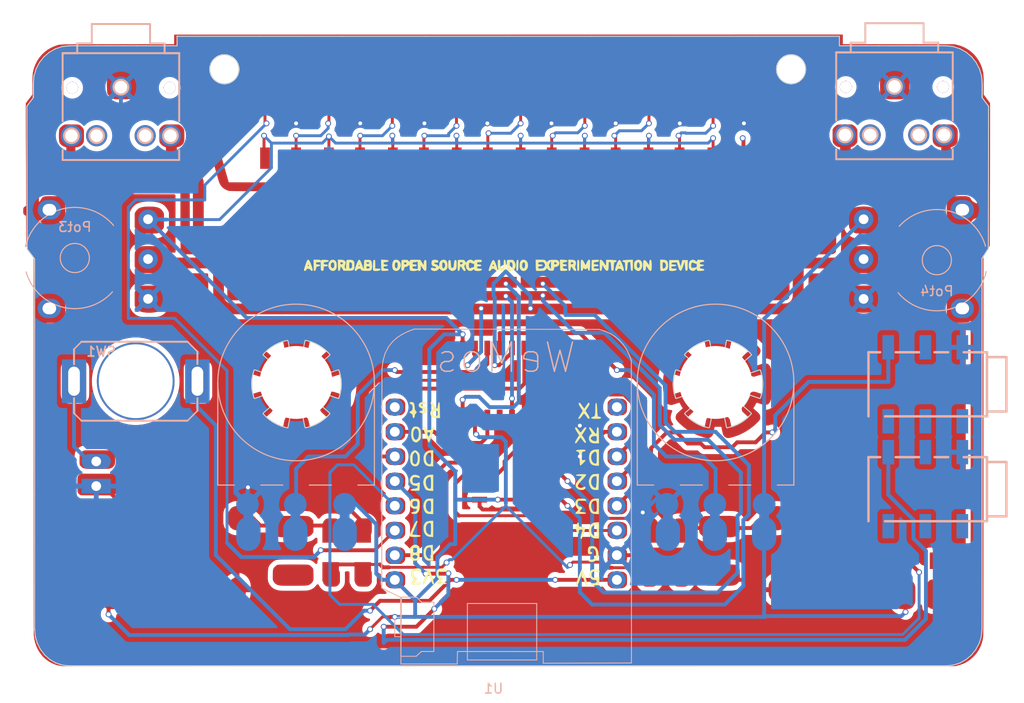
<source format=kicad_pcb>
(kicad_pcb (version 20221018) (generator pcbnew)
  (layers (0 "F.Cu" signal) (31 "B.Cu" signal) (34 "B.Paste" user) (35 "F.Paste" user) (36 "B.SilkS" user "B.Silkscreen") (37 "F.SilkS" user "F.Silkscreen") (38 "B.Mask" user) (39 "F.Mask" user) (44 "Edge.Cuts" user))
  (net 0 "")
  (net 1 "+3V3")
  (net 2 "CV1")
  (net 3 "CV2")
  (net 4 "GND")
  (net 5 "Net-(IC1-Pad9)")
  (net 6 "Net-(IC1-Pad10)")
  (net 7 "Net-(IC1-Pad11)")
  (net 8 "Pot4")
  (net 9 "Pot1")
  (net 10 "Pot2")
  (net 11 "L-Out")
  (net 12 "R-Out")
  (net 13 "Net-(D1-Pad1)")
  (net 14 "Net-(IC1-Pad3)")
  (net 15 "Net-(IC2-Pad1)")
  (net 16 "Led1_pulldown")
  (net 17 "+BATT")
  (net 18 "Pot3")
  (net 19 "NEO-Pixel")
  (net 20 "Net-(D2-Pad1)")
  (net 21 "Net-(NEO1-Pad4)")
  (net 22 "Net-(NEO2-Pad4)")
  (net 23 "Net-(NEO3-Pad4)")
  (net 24 "Net-(NEO4-Pad4)")
  (net 25 "Net-(NEO5-Pad4)")
  (net 26 "Net-(NEO6-Pad4)")
  (net 27 "Net-(NEO7-Pad4)")
  (net 28 "Net-(R3-Pad1)")
  (net 29 "Net-(R5-Pad1)")
  (net 30 "+5V")
  (net 31 "Buttons")
  (net 32 "problem")
  (net 33 "D3")
  (net 34 "D5")
  (net 35 "Net-(IC2-Pad3)")
  (footprint "ESPTINY86_MixtapePCB:TopLED_2835" (layer "F.Cu") (at 131.5325 98.044 180)
    (fp_text reference "D1")
    (fp_text value "LED")
  )
  (footprint "ESPTINY86_MixtapePCB:TopLED_2835" (layer "F.Cu") (at 46.6725 98.044)
    (fp_text reference "D2")
    (fp_text value "LED")
  )
  (footprint "ESPTINY86_MixtapePCB:4xxx_SOIC-16W_Pitch1.27mm" (layer "F.Cu") (at 88.9 76.2 90)
    (fp_text reference "IC1")
    (fp_text value "4051")
  )
  (footprint "ESPTINY86_MixtapePCB:SOIC-8_3.9x4.9mm_Pitch1.27mm" (layer "F.Cu") (at 88.9 86.36)
    (fp_text reference "IC2")
    (fp_text value "DAC7513_DCN")
  )
  (footprint "ESPTINY86_MixtapePCB:Bat_connector+-" (layer "F.Cu") (at 46.736 86.868 90)
    (fp_text reference "J1")
    (fp_text value "Bat_EXT")
  )
  (footprint "ESPTINY86_MixtapePCB:Mixtape_NEO_WS2812B" (layer "F.Cu") (at 111.759997 50.3155 90)
    (fp_text reference "NEO1")
    (fp_text value "LED_SK6813")
  )
  (footprint "ESPTINY86_MixtapePCB:Mixtape_NEO_WS2812B" (layer "F.Cu") (at 105.181426 50.3155 90)
    (fp_text reference "NEO2")
    (fp_text value "LED_SK6813")
  )
  (footprint "ESPTINY86_MixtapePCB:Mixtape_NEO_WS2812B" (layer "F.Cu") (at 98.602855 50.3155 90)
    (fp_text reference "NEO3")
    (fp_text value "LED_SK6813")
  )
  (footprint "ESPTINY86_MixtapePCB:Mixtape_NEO_WS2812B" (layer "F.Cu") (at 92.024284 50.3155 90)
    (fp_text reference "NEO4")
    (fp_text value "LED_SK6813")
  )
  (footprint "ESPTINY86_MixtapePCB:Mixtape_NEO_WS2812B" (layer "F.Cu") (at 85.445713 50.3155 90)
    (fp_text reference "NEO5")
    (fp_text value "LED_SK6813")
  )
  (footprint "ESPTINY86_MixtapePCB:Mixtape_NEO_WS2812B" (layer "F.Cu") (at 78.867142 50.3155 90)
    (fp_text reference "NEO6")
    (fp_text value "LED_SK6813")
  )
  (footprint "ESPTINY86_MixtapePCB:Mixtape_NEO_WS2812B" (layer "F.Cu") (at 72.288571 50.3155 90)
    (fp_text reference "NEO7")
    (fp_text value "LED_SK6813")
  )
  (footprint "ESPTINY86_MixtapePCB:Mixtape_NEO_WS2812B" (layer "F.Cu") (at 65.71 50.3155 90)
    (fp_text reference "NEO8")
    (fp_text value "LED_SK6813")
  )
  (footprint "ESPTINY86_MixtapePCB:Potentiometer_backPads_noHole" (layer "F.Cu") (at 115.49 86.2 90)
    (fp_text reference "Pot1")
    (fp_text value "10k_big")
  )
  (footprint "ESPTINY86_MixtapePCB:Potentiometer_backPads_noHole" (layer "F.Cu") (at 72.31 86.2 90)
    (fp_text reference "Pot2")
    (fp_text value "10k")
  )
  (footprint "ESPTINY86_MixtapePCB:R_1206_Mixtape" (layer "F.Cu") (at 131.54 94.5515 180)
    (fp_text reference "R1")
    (fp_text value "R")
  )
  (footprint "ESPTINY86_MixtapePCB:R_1206_Mixtape" (layer "F.Cu") (at 46.863 94.5515 180)
    (fp_text reference "R2")
    (fp_text value "R")
  )
  (footprint "ESPTINY86_MixtapePCB:R_1206_Mixtape" (layer "F.Cu") (at 106.934 93.694 -90)
    (fp_text reference "R3")
    (fp_text value "22k")
  )
  (footprint "ESPTINY86_MixtapePCB:R_1206_Mixtape" (layer "F.Cu") (at 74.168 93.694 -90)
    (fp_text reference "R4")
    (fp_text value "10k")
  )
  (footprint "ESPTINY86_MixtapePCB:R_1206_Mixtape" (layer "F.Cu") (at 70.866 93.694 -90)
    (fp_text reference "R5")
    (fp_text value "10k")
  )
  (footprint "ESPTINY86_MixtapePCB:SW_PUSH-8mm_SMD" (layer "F.Cu") (at 61.2267 93.726)
    (fp_text reference "SW2")
    (fp_text value "SW_Push")
  )
  (footprint "ESPTINY86_MixtapePCB:SW_PUSH-8mm_SMD" (layer "F.Cu") (at 116.8527 93.726)
    (fp_text reference "SW3")
    (fp_text value "SW_Push")
  )
  (footprint "ESPTINY86_MixtapePCB:MixtapeEdge" (layer "F.Cu") (at 89 55.9)
    (fp_text reference "")
    (fp_text value "")
    (fp_line (start -49.404374 -8.141514) (end -49.400974 -6.301696) (stroke (width 0.1)) (layer "Edge.Cuts"))
    (fp_line (start -49.400974 -6.301696) (end -49.397574 -4.461875) (stroke (width 0.1)) (layer "Edge.Cuts"))
    (fp_line (start -49.397574 -4.461875) (end -49.394174 -2.622057) (stroke (width 0.1)) (layer "Edge.Cuts"))
    (fp_line (start -49.394174 -2.622057) (end -49.390774 -0.782236) (stroke (width 0.1)) (layer "Edge.Cuts"))
    (fp_line (start -49.390774 -0.782236) (end -49.387374 1.057581) (stroke (width 0.1)) (layer "Edge.Cuts"))
    (fp_line (start -49.387374 1.057581) (end -49.383974 2.897399) (stroke (width 0.1)) (layer "Edge.Cuts"))
    (fp_line (start -49.383974 2.897399) (end -49.380574 4.73722) (stroke (width 0.1)) (layer "Edge.Cuts"))
    (fp_line (start -49.380574 4.73722) (end -49.377174 6.577038) (stroke (width 0.1)) (layer "Edge.Cuts"))
    (fp_line (start -49.377174 6.577038) (end -49.280784 6.704162) (stroke (width 0.1)) (layer "Edge.Cuts"))
    (fp_line (start -49.321074 -8.251206) (end -49.404374 -8.141514) (stroke (width 0.1)) (layer "Edge.Cuts"))
    (fp_line (start -49.280784 6.704162) (end -49.184394 6.831286) (stroke (width 0.1)) (layer "Edge.Cuts"))
    (fp_line (start -49.237774 -8.360897) (end -49.321074 -8.251206) (stroke (width 0.1)) (layer "Edge.Cuts"))
    (fp_line (start -49.184394 6.831286) (end -49.088004 6.95841) (stroke (width 0.1)) (layer "Edge.Cuts"))
    (fp_line (start -49.154474 -8.470588) (end -49.237774 -8.360897) (stroke (width 0.1)) (layer "Edge.Cuts"))
    (fp_line (start -49.088004 6.95841) (end -48.991614 7.085532) (stroke (width 0.1)) (layer "Edge.Cuts"))
    (fp_line (start -49.071174 -8.580279) (end -49.154474 -8.470588) (stroke (width 0.1)) (layer "Edge.Cuts"))
    (fp_line (start -48.991614 7.085532) (end -48.895224 7.212656) (stroke (width 0.1)) (layer "Edge.Cuts"))
    (fp_line (start -48.987874 -8.689974) (end -49.071174 -8.580279) (stroke (width 0.1)) (layer "Edge.Cuts"))
    (fp_line (start -48.904574 -8.799665) (end -48.987874 -8.689974) (stroke (width 0.1)) (layer "Edge.Cuts"))
    (fp_line (start -48.895224 7.212656) (end -48.798824 7.33978) (stroke (width 0.1)) (layer "Edge.Cuts"))
    (fp_line (start -48.821274 -8.909356) (end -48.904574 -8.799665) (stroke (width 0.1)) (layer "Edge.Cuts"))
    (fp_line (start -48.798824 7.33978) (end -48.702434 7.466904) (stroke (width 0.1)) (layer "Edge.Cuts"))
    (fp_line (start -48.737974 -10.518318) (end -48.737974 -10.353851) (stroke (width 0.1)) (layer "Edge.Cuts"))
    (fp_line (start -48.737974 -10.353851) (end -48.737974 -10.18938) (stroke (width 0.1)) (layer "Edge.Cuts"))
    (fp_line (start -48.737974 -10.18938) (end -48.737974 -10.024912) (stroke (width 0.1)) (layer "Edge.Cuts"))
    (fp_line (start -48.737974 -10.024912) (end -48.737974 -9.860444) (stroke (width 0.1)) (layer "Edge.Cuts"))
    (fp_line (start -48.737974 -9.860444) (end -48.737974 -9.695974) (stroke (width 0.1)) (layer "Edge.Cuts"))
    (fp_line (start -48.737974 -9.695974) (end -48.737974 -9.531506) (stroke (width 0.1)) (layer "Edge.Cuts"))
    (fp_line (start -48.737974 -9.531506) (end -48.737974 -9.367035) (stroke (width 0.1)) (layer "Edge.Cuts"))
    (fp_line (start -48.737974 -9.367035) (end -48.737974 -9.202567) (stroke (width 0.1)) (layer "Edge.Cuts"))
    (fp_line (start -48.737974 -9.202567) (end -48.737974 -9.179627) (stroke (width 0.1)) (layer "Edge.Cuts"))
    (fp_line (start -48.737974 -9.179627) (end -48.737974 -9.156687) (stroke (width 0.1)) (layer "Edge.Cuts"))
    (fp_line (start -48.737974 -9.156687) (end -48.737974 -9.133747) (stroke (width 0.1)) (layer "Edge.Cuts"))
    (fp_line (start -48.737974 -9.133747) (end -48.737974 -9.110807) (stroke (width 0.1)) (layer "Edge.Cuts"))
    (fp_line (start -48.737974 -9.110807) (end -48.737974 -9.087867) (stroke (width 0.1)) (layer "Edge.Cuts"))
    (fp_line (start -48.737974 -9.087867) (end -48.737974 -9.064927) (stroke (width 0.1)) (layer "Edge.Cuts"))
    (fp_line (start -48.737974 -9.064927) (end -48.737974 -9.041987) (stroke (width 0.1)) (layer "Edge.Cuts"))
    (fp_line (start -48.737974 -9.041987) (end -48.737974 -9.019047) (stroke (width 0.1)) (layer "Edge.Cuts"))
    (fp_line (start -48.737974 -9.019047) (end -48.821274 -8.909356) (stroke (width 0.1)) (layer "Edge.Cuts"))
    (fp_line (start -48.702434 7.466904) (end -48.606041 7.594028) (stroke (width 0.1)) (layer "Edge.Cuts"))
    (fp_line (start -48.663489 -11.275151) (end -48.737974 -10.518318) (stroke (width 0.1)) (layer "Edge.Cuts"))
    (fp_line (start -48.606041 7.594028) (end -48.606041 7.775585) (stroke (width 0.1)) (layer "Edge.Cuts"))
    (fp_line (start -48.606041 7.775585) (end -48.606041 7.957141) (stroke (width 0.1)) (layer "Edge.Cuts"))
    (fp_line (start -48.606041 7.957141) (end -48.606041 8.138697) (stroke (width 0.1)) (layer "Edge.Cuts"))
    (fp_line (start -48.606041 8.138697) (end -48.606041 8.320254) (stroke (width 0.1)) (layer "Edge.Cuts"))
    (fp_line (start -48.606041 8.320254) (end -48.606041 8.501813) (stroke (width 0.1)) (layer "Edge.Cuts"))
    (fp_line (start -48.606041 8.501813) (end -48.606041 8.683369) (stroke (width 0.1)) (layer "Edge.Cuts"))
    (fp_line (start -48.606041 8.683369) (end -48.606041 8.864926) (stroke (width 0.1)) (layer "Edge.Cuts"))
    (fp_line (start -48.606041 8.864926) (end -48.606041 9.046482) (stroke (width 0.1)) (layer "Edge.Cuts"))
    (fp_line (start -48.606041 9.046482) (end -48.606041 13.628598) (stroke (width 0.1)) (layer "Edge.Cuts"))
    (fp_line (start -48.606041 13.628598) (end -48.606041 18.210713) (stroke (width 0.1)) (layer "Edge.Cuts"))
    (fp_line (start -48.606041 18.210713) (end -48.606041 22.792827) (stroke (width 0.1)) (layer "Edge.Cuts"))
    (fp_line (start -48.606041 22.792827) (end -48.606041 27.374942) (stroke (width 0.1)) (layer "Edge.Cuts"))
    (fp_line (start -48.606041 27.374942) (end -48.606041 31.957056) (stroke (width 0.1)) (layer "Edge.Cuts"))
    (fp_line (start -48.606041 31.957056) (end -48.606041 36.539171) (stroke (width 0.1)) (layer "Edge.Cuts"))
    (fp_line (start -48.606041 36.539171) (end -48.606041 41.121285) (stroke (width 0.1)) (layer "Edge.Cuts"))
    (fp_line (start -48.606041 41.121285) (end -48.606041 45.7034) (stroke (width 0.1)) (layer "Edge.Cuts"))
    (fp_line (start -48.606041 45.7034) (end -48.606041 45.703612) (stroke (width 0.1)) (layer "Edge.Cuts"))
    (fp_line (start -48.606041 45.703612) (end -48.606041 45.703823) (stroke (width 0.1)) (layer "Edge.Cuts"))
    (fp_line (start -48.606041 45.703823) (end -48.606041 45.704035) (stroke (width 0.1)) (layer "Edge.Cuts"))
    (fp_line (start -48.606041 45.704035) (end -48.606041 45.704247) (stroke (width 0.1)) (layer "Edge.Cuts"))
    (fp_line (start -48.606041 45.704247) (end -48.606041 45.704458) (stroke (width 0.1)) (layer "Edge.Cuts"))
    (fp_line (start -48.606041 45.704458) (end -48.606041 45.70467) (stroke (width 0.1)) (layer "Edge.Cuts"))
    (fp_line (start -48.606041 45.70467) (end -48.606041 45.704882) (stroke (width 0.1)) (layer "Edge.Cuts"))
    (fp_line (start -48.606041 45.704882) (end -48.606041 45.705093) (stroke (width 0.1)) (layer "Edge.Cuts"))
    (fp_line (start -48.606041 45.705093) (end -48.533812 46.441292) (stroke (width 0.1)) (layer "Edge.Cuts"))
    (fp_line (start -48.533812 46.441292) (end -48.33077 47.137916) (stroke (width 0.1)) (layer "Edge.Cuts"))
    (fp_line (start -48.449305 -11.987776) (end -48.663489 -11.275151) (stroke (width 0.1)) (layer "Edge.Cuts"))
    (fp_line (start -48.33077 47.137916) (end -48.008422 47.776909) (stroke (width 0.1)) (layer "Edge.Cuts"))
    (fp_line (start -48.109337 -12.638713) (end -48.449305 -11.987776) (stroke (width 0.1)) (layer "Edge.Cuts"))
    (fp_line (start -48.008422 47.776909) (end -47.578276 48.340213) (stroke (width 0.1)) (layer "Edge.Cuts"))
    (fp_line (start -47.657491 -13.210487) (end -48.109337 -12.638713) (stroke (width 0.1)) (layer "Edge.Cuts"))
    (fp_line (start -47.578276 48.340213) (end -47.051844 48.809775) (stroke (width 0.1)) (layer "Edge.Cuts"))
    (fp_line (start -47.10768 -13.685622) (end -47.657491 -13.210487) (stroke (width 0.1)) (layer "Edge.Cuts"))
    (fp_line (start -47.051844 48.809775) (end -46.440632 49.167531) (stroke (width 0.1)) (layer "Edge.Cuts"))
    (fp_line (start -46.473812 -14.046643) (end -47.10768 -13.685622) (stroke (width 0.1)) (layer "Edge.Cuts"))
    (fp_line (start -46.440632 49.167531) (end -45.756153 49.395425) (stroke (width 0.1)) (layer "Edge.Cuts"))
    (fp_line (start -45.7698 -14.27607) (end -46.473812 -14.046643) (stroke (width 0.1)) (layer "Edge.Cuts"))
    (fp_line (start -45.756153 49.395425) (end -45.009912 49.475405) (stroke (width 0.1)) (layer "Edge.Cuts"))
    (fp_line (start -45.009912 49.475405) (end -33.733221 49.475405) (stroke (width 0.1)) (layer "Edge.Cuts"))
    (fp_line (start -45.009553 -14.35643) (end -45.7698 -14.27607) (stroke (width 0.1)) (layer "Edge.Cuts"))
    (fp_line (start -43.625795 -14.35643) (end -45.009553 -14.35643) (stroke (width 0.1)) (layer "Edge.Cuts"))
    (fp_line (start -42.242039 -14.35643) (end -43.625795 -14.35643) (stroke (width 0.1)) (layer "Edge.Cuts"))
    (fp_line (start -40.858281 -14.35643) (end -42.242039 -14.35643) (stroke (width 0.1)) (layer "Edge.Cuts"))
    (fp_line (start -39.474527 -14.35643) (end -40.858281 -14.35643) (stroke (width 0.1)) (layer "Edge.Cuts"))
    (fp_line (start -38.09077 -14.35643) (end -39.474527 -14.35643) (stroke (width 0.1)) (layer "Edge.Cuts"))
    (fp_line (start -36.707011 -14.35643) (end -38.09077 -14.35643) (stroke (width 0.1)) (layer "Edge.Cuts"))
    (fp_line (start -35.323256 -14.35643) (end -36.707011 -14.35643) (stroke (width 0.1)) (layer "Edge.Cuts"))
    (fp_line (start -33.943118 -15.331564) (end -33.939518 -15.33153) (stroke (width 0.1)) (layer "Edge.Cuts"))
    (fp_line (start -33.943115 -15.33156) (end -33.943118 -15.331564) (stroke (width 0.1)) (layer "Edge.Cuts"))
    (fp_line (start -33.943112 -15.331554) (end -33.943115 -15.33156) (stroke (width 0.1)) (layer "Edge.Cuts"))
    (fp_line (start -33.943109 -15.33155) (end -33.943112 -15.331554) (stroke (width 0.1)) (layer "Edge.Cuts"))
    (fp_line (start -33.943107 -15.331545) (end -33.943109 -15.33155) (stroke (width 0.1)) (layer "Edge.Cuts"))
    (fp_line (start -33.943104 -15.33154) (end -33.943107 -15.331545) (stroke (width 0.1)) (layer "Edge.Cuts"))
    (fp_line (start -33.943101 -15.331535) (end -33.943104 -15.33154) (stroke (width 0.1)) (layer "Edge.Cuts"))
    (fp_line (start -33.943098 -15.33153) (end -33.943101 -15.331535) (stroke (width 0.1)) (layer "Edge.Cuts"))
    (fp_line (start -33.939518 -15.33153) (end -33.939498 -15.33153) (stroke (width 0.1)) (layer "Edge.Cuts"))
    (fp_line (start -33.939498 -15.33153) (end -33.939498 -15.209642) (stroke (width 0.1)) (layer "Edge.Cuts"))
    (fp_line (start -33.939498 -15.209642) (end -33.939498 -15.087755) (stroke (width 0.1)) (layer "Edge.Cuts"))
    (fp_line (start -33.939498 -15.087755) (end -33.939498 -14.965868) (stroke (width 0.1)) (layer "Edge.Cuts"))
    (fp_line (start -33.939498 -14.965868) (end -33.939498 -14.84398) (stroke (width 0.1)) (layer "Edge.Cuts"))
    (fp_line (start -33.939498 -14.84398) (end -33.939498 -14.722093) (stroke (width 0.1)) (layer "Edge.Cuts"))
    (fp_line (start -33.939498 -14.722093) (end -33.939498 -14.600205) (stroke (width 0.1)) (layer "Edge.Cuts"))
    (fp_line (start -33.939498 -14.600205) (end -33.939498 -14.478316) (stroke (width 0.1)) (layer "Edge.Cuts"))
    (fp_line (start -33.939498 -14.478316) (end -33.939498 -14.35643) (stroke (width 0.1)) (layer "Edge.Cuts"))
    (fp_line (start -33.939498 -14.35643) (end -35.323256 -14.35643) (stroke (width 0.1)) (layer "Edge.Cuts"))
    (fp_line (start -33.733221 49.475405) (end -22.45653 49.475405) (stroke (width 0.1)) (layer "Edge.Cuts"))
    (fp_line (start -30.575658 -11.941162) (end -30.546518 -12.235712) (stroke (width 0.1)) (layer "Edge.Cuts"))
    (fp_line (start -30.546518 -12.235712) (end -30.461268 -12.516256) (stroke (width 0.1)) (layer "Edge.Cuts"))
    (fp_line (start -30.546518 -11.646612) (end -30.575658 -11.941162) (stroke (width 0.1)) (layer "Edge.Cuts"))
    (fp_line (start -30.461268 -12.516256) (end -30.323174 -12.774913) (stroke (width 0.1)) (layer "Edge.Cuts"))
    (fp_line (start -30.461268 -11.366068) (end -30.546518 -11.646612) (stroke (width 0.1)) (layer "Edge.Cuts"))
    (fp_line (start -30.323174 -12.774913) (end -30.135503 -13.003798) (stroke (width 0.1)) (layer "Edge.Cuts"))
    (fp_line (start -30.323174 -11.107411) (end -30.461268 -11.366068) (stroke (width 0.1)) (layer "Edge.Cuts"))
    (fp_line (start -30.135503 -13.003798) (end -29.906618 -13.191469) (stroke (width 0.1)) (layer "Edge.Cuts"))
    (fp_line (start -30.135503 -10.878526) (end -30.323174 -11.107411) (stroke (width 0.1)) (layer "Edge.Cuts"))
    (fp_line (start -29.906618 -13.191469) (end -29.647961 -13.329563) (stroke (width 0.1)) (layer "Edge.Cuts"))
    (fp_line (start -29.906618 -10.690855) (end -30.135503 -10.878526) (stroke (width 0.1)) (layer "Edge.Cuts"))
    (fp_line (start -29.647961 -13.329563) (end -29.367417 -13.414813) (stroke (width 0.1)) (layer "Edge.Cuts"))
    (fp_line (start -29.647961 -10.552761) (end -29.906618 -10.690855) (stroke (width 0.1)) (layer "Edge.Cuts"))
    (fp_line (start -29.367417 -13.414813) (end -29.072867 -13.443953) (stroke (width 0.1)) (layer "Edge.Cuts"))
    (fp_line (start -29.367417 -10.467511) (end -29.647961 -10.552761) (stroke (width 0.1)) (layer "Edge.Cuts"))
    (fp_line (start -29.072867 -13.443953) (end -28.778317 -13.414813) (stroke (width 0.1)) (layer "Edge.Cuts"))
    (fp_line (start -29.072867 -10.438371) (end -29.367417 -10.467511) (stroke (width 0.1)) (layer "Edge.Cuts"))
    (fp_line (start -28.778317 -13.414813) (end -28.497773 -13.329563) (stroke (width 0.1)) (layer "Edge.Cuts"))
    (fp_line (start -28.778317 -10.467511) (end -29.072867 -10.438371) (stroke (width 0.1)) (layer "Edge.Cuts"))
    (fp_line (start -28.497773 -13.329563) (end -28.239116 -13.191469) (stroke (width 0.1)) (layer "Edge.Cuts"))
    (fp_line (start -28.497773 -10.552761) (end -28.778317 -10.467511) (stroke (width 0.1)) (layer "Edge.Cuts"))
    (fp_line (start -28.239116 -13.191469) (end -28.010231 -13.003798) (stroke (width 0.1)) (layer "Edge.Cuts"))
    (fp_line (start -28.239116 -10.690855) (end -28.497773 -10.552761) (stroke (width 0.1)) (layer "Edge.Cuts"))
    (fp_line (start -28.010231 -13.003798) (end -27.82256 -12.774913) (stroke (width 0.1)) (layer "Edge.Cuts"))
    (fp_line (start -28.010231 -10.878526) (end -28.239116 -10.690855) (stroke (width 0.1)) (layer "Edge.Cuts"))
    (fp_line (start -27.82256 -12.774913) (end -27.684466 -12.516256) (stroke (width 0.1)) (layer "Edge.Cuts"))
    (fp_line (start -27.82256 -11.107411) (end -28.010231 -10.878526) (stroke (width 0.1)) (layer "Edge.Cuts"))
    (fp_line (start -27.684466 -12.516256) (end -27.599216 -12.235712) (stroke (width 0.1)) (layer "Edge.Cuts"))
    (fp_line (start -27.684466 -11.366068) (end -27.82256 -11.107411) (stroke (width 0.1)) (layer "Edge.Cuts"))
    (fp_line (start -27.599216 -12.235712) (end -27.570076 -11.941162) (stroke (width 0.1)) (layer "Edge.Cuts"))
    (fp_line (start -27.599216 -11.646612) (end -27.684466 -11.366068) (stroke (width 0.1)) (layer "Edge.Cuts"))
    (fp_line (start -27.570076 -11.941162) (end -27.599216 -11.646612) (stroke (width 0.1)) (layer "Edge.Cuts"))
    (fp_line (start -27.570076 -11.941162) (end -27.570076 -11.941162) (stroke (width 0.1)) (layer "Edge.Cuts"))
    (fp_line (start -27.570076 -11.941162) (end -27.570076 -11.941162) (stroke (width 0.1)) (layer "Edge.Cuts"))
    (fp_line (start -26.250997 20.466778) (end -26.249597 20.559358) (stroke (width 0.1)) (layer "Edge.Cuts"))
    (fp_line (start -26.249897 20.375168) (end -26.250997 20.466778) (stroke (width 0.1)) (layer "Edge.Cuts"))
    (fp_line (start -26.249597 20.559358) (end -26.246397 20.651828) (stroke (width 0.1)) (layer "Edge.Cuts"))
    (fp_line (start -26.246897 20.283668) (end -26.249897 20.375168) (stroke (width 0.1)) (layer "Edge.Cuts"))
    (fp_line (start -26.246397 20.651828) (end -26.241397 20.744158) (stroke (width 0.1)) (layer "Edge.Cuts"))
    (fp_line (start -26.242097 20.192298) (end -26.246897 20.283668) (stroke (width 0.1)) (layer "Edge.Cuts"))
    (fp_line (start -26.241397 20.744158) (end -26.234497 20.836328) (stroke (width 0.1)) (layer "Edge.Cuts"))
    (fp_line (start -26.235497 20.101088) (end -26.242097 20.192298) (stroke (width 0.1)) (layer "Edge.Cuts"))
    (fp_line (start -26.234497 20.836328) (end -26.225797 20.928308) (stroke (width 0.1)) (layer "Edge.Cuts"))
    (fp_line (start -26.227097 20.010058) (end -26.235497 20.101088) (stroke (width 0.1)) (layer "Edge.Cuts"))
    (fp_line (start -26.225797 20.928308) (end -26.215237 21.020068) (stroke (width 0.1)) (layer "Edge.Cuts"))
    (fp_line (start -26.216877 19.919238) (end -26.227097 20.010058) (stroke (width 0.1)) (layer "Edge.Cuts"))
    (fp_line (start -26.215237 21.020068) (end -26.202847 21.111578) (stroke (width 0.1)) (layer "Edge.Cuts"))
    (fp_line (start -26.204857 19.828658) (end -26.216877 19.919238) (stroke (width 0.1)) (layer "Edge.Cuts"))
    (fp_line (start -26.202847 21.111578) (end -26.188647 21.202808) (stroke (width 0.1)) (layer "Edge.Cuts"))
    (fp_line (start -26.191057 19.738348) (end -26.204857 19.828658) (stroke (width 0.1)) (layer "Edge.Cuts"))
    (fp_line (start -26.188647 21.202808) (end -26.172587 21.293738) (stroke (width 0.1)) (layer "Edge.Cuts"))
    (fp_line (start -26.175447 19.648328) (end -26.191057 19.738348) (stroke (width 0.1)) (layer "Edge.Cuts"))
    (fp_line (start -26.172587 21.293738) (end -26.154717 21.384338) (stroke (width 0.1)) (layer "Edge.Cuts"))
    (fp_line (start -26.158057 19.558628) (end -26.175447 19.648328) (stroke (width 0.1)) (layer "Edge.Cuts"))
    (fp_line (start -26.154717 21.384338) (end -26.135047 21.474568) (stroke (width 0.1)) (layer "Edge.Cuts"))
    (fp_line (start -26.138867 19.469268) (end -26.158057 19.558628) (stroke (width 0.1)) (layer "Edge.Cuts"))
    (fp_line (start -26.135047 21.474568) (end -26.113537 21.564418) (stroke (width 0.1)) (layer "Edge.Cuts"))
    (fp_line (start -26.117897 19.380288) (end -26.138867 19.469268) (stroke (width 0.1)) (layer "Edge.Cuts"))
    (fp_line (start -26.113537 21.564418) (end -26.090227 21.653858) (stroke (width 0.1)) (layer "Edge.Cuts"))
    (fp_line (start -26.095177 19.291708) (end -26.117897 19.380288) (stroke (width 0.1)) (layer "Edge.Cuts"))
    (fp_line (start -26.090227 21.653858) (end -26.065107 21.742848) (stroke (width 0.1)) (layer "Edge.Cuts"))
    (fp_line (start -26.070677 19.203548) (end -26.095177 19.291708) (stroke (width 0.1)) (layer "Edge.Cuts"))
    (fp_line (start -26.065107 21.742848) (end -26.038187 21.831378) (stroke (width 0.1)) (layer "Edge.Cuts"))
    (fp_line (start -26.044427 19.115848) (end -26.070677 19.203548) (stroke (width 0.1)) (layer "Edge.Cuts"))
    (fp_line (start -26.038187 21.831378) (end -26.009477 21.919408) (stroke (width 0.1)) (layer "Edge.Cuts"))
    (fp_line (start -26.016407 19.028628) (end -26.044427 19.115848) (stroke (width 0.1)) (layer "Edge.Cuts"))
    (fp_line (start -26.009477 21.919408) (end -25.930927 21.940068) (stroke (width 0.1)) (layer "Edge.Cuts"))
    (fp_line (start -25.931137 19.005908) (end -26.016407 19.028628) (stroke (width 0.1)) (layer "Edge.Cuts"))
    (fp_line (start -25.930927 21.940068) (end -25.774866 21.886838) (stroke (width 0.1)) (layer "Edge.Cuts"))
    (fp_line (start -25.774866 21.886838) (end -25.618284 21.834128) (stroke (width 0.1)) (layer "Edge.Cuts"))
    (fp_line (start -25.773524 19.059128) (end -25.931137 19.005908) (stroke (width 0.1)) (layer "Edge.Cuts"))
    (fp_line (start -25.618284 21.834128) (end -25.461704 21.781418) (stroke (width 0.1)) (layer "Edge.Cuts"))
    (fp_line (start -25.615908 19.112358) (end -25.773524 19.059128) (stroke (width 0.1)) (layer "Edge.Cuts"))
    (fp_line (start -25.461704 21.781418) (end -25.305644 21.728708) (stroke (width 0.1)) (layer "Edge.Cuts"))
    (fp_line (start -25.458296 19.165588) (end -25.615908 19.112358) (stroke (width 0.1)) (layer "Edge.Cuts"))
    (fp_line (start -25.420829 -15.33153) (end -33.943098 -15.33153) (stroke (width 0.1)) (layer "Edge.Cuts"))
    (fp_line (start -25.305644 21.728708) (end -25.149061 21.675998) (stroke (width 0.1)) (layer "Edge.Cuts"))
    (fp_line (start -25.300683 19.218818) (end -25.458296 19.165588) (stroke (width 0.1)) (layer "Edge.Cuts"))
    (fp_line (start -25.149061 21.675998) (end -24.993001 21.622768) (stroke (width 0.1)) (layer "Edge.Cuts"))
    (fp_line (start -25.143071 19.272048) (end -25.300683 19.218818) (stroke (width 0.1)) (layer "Edge.Cuts"))
    (fp_line (start -25.085719 17.414295) (end -25.061419 17.500075) (stroke (width 0.1)) (layer "Edge.Cuts"))
    (fp_line (start -25.082395 23.521874) (end -24.956617 23.657939) (stroke (width 0.1)) (layer "Edge.Cuts"))
    (fp_line (start -25.061735 23.446424) (end -25.082395 23.521874) (stroke (width 0.1)) (layer "Edge.Cuts"))
    (fp_line (start -25.061419 17.500075) (end -24.93688 17.610144) (stroke (width 0.1)) (layer "Edge.Cuts"))
    (fp_line (start -24.993001 21.622768) (end -24.929951 21.601578) (stroke (width 0.1)) (layer "Edge.Cuts"))
    (fp_line (start -24.984941 19.325278) (end -25.143071 19.272048) (stroke (width 0.1)) (layer "Edge.Cuts"))
    (fp_line (start -24.959994 17.278619) (end -25.085719 17.414295) (stroke (width 0.1)) (layer "Edge.Cuts"))
    (fp_line (start -24.956617 23.657939) (end -24.825844 23.788461) (stroke (width 0.1)) (layer "Edge.Cuts"))
    (fp_line (start -24.938229 23.337904) (end -25.061735 23.446424) (stroke (width 0.1)) (layer "Edge.Cuts"))
    (fp_line (start -24.93688 17.610144) (end -24.811822 17.7197) (stroke (width 0.1)) (layer "Edge.Cuts"))
    (fp_line (start -24.931711 19.343368) (end -24.984941 19.325278) (stroke (width 0.1)) (layer "Edge.Cuts"))
    (fp_line (start -24.929951 21.601578) (end -24.814711 21.894065) (stroke (width 0.1)) (layer "Edge.Cuts"))
    (fp_line (start -24.879521 19.190923) (end -24.931711 19.343368) (stroke (width 0.1)) (layer "Edge.Cuts"))
    (fp_line (start -24.829297 17.148469) (end -24.959994 17.278619) (stroke (width 0.1)) (layer "Edge.Cuts"))
    (fp_line (start -24.825844 23.788461) (end -24.69027 23.913327) (stroke (width 0.1)) (layer "Edge.Cuts"))
    (fp_line (start -24.815237 23.229384) (end -24.938229 23.337904) (stroke (width 0.1)) (layer "Edge.Cuts"))
    (fp_line (start -24.814711 21.894065) (end -24.657099 22.202573) (stroke (width 0.1)) (layer "Edge.Cuts"))
    (fp_line (start -24.811822 17.7197) (end -24.687283 17.82977) (stroke (width 0.1)) (layer "Edge.Cuts"))
    (fp_line (start -24.735858 18.875182) (end -24.879521 19.190923) (stroke (width 0.1)) (layer "Edge.Cuts"))
    (fp_line (start -24.693819 17.023959) (end -24.829297 17.148469) (stroke (width 0.1)) (layer "Edge.Cuts"))
    (fp_line (start -24.691733 23.120861) (end -24.815237 23.229384) (stroke (width 0.1)) (layer "Edge.Cuts"))
    (fp_line (start -24.69027 23.913327) (end -24.550081 24.032436) (stroke (width 0.1)) (layer "Edge.Cuts"))
    (fp_line (start -24.687283 17.82977) (end -24.562744 17.939839) (stroke (width 0.1)) (layer "Edge.Cuts"))
    (fp_line (start -24.657099 22.202573) (end -24.526876 22.410831) (stroke (width 0.1)) (layer "Edge.Cuts"))
    (fp_line (start -24.568224 23.012344) (end -24.691733 23.120861) (stroke (width 0.1)) (layer "Edge.Cuts"))
    (fp_line (start -24.562744 17.939839) (end -24.437169 18.049395) (stroke (width 0.1)) (layer "Edge.Cuts"))
    (fp_line (start -24.561194 18.574939) (end -24.735858 18.875182) (stroke (width 0.1)) (layer "Edge.Cuts"))
    (fp_line (start -24.55375 16.905197) (end -24.693819 17.023959) (stroke (width 0.1)) (layer "Edge.Cuts"))
    (fp_line (start -24.550081 24.032436) (end -24.405474 24.14567) (stroke (width 0.1)) (layer "Edge.Cuts"))
    (fp_line (start -24.526876 22.410831) (end -24.318102 22.688331) (stroke (width 0.1)) (layer "Edge.Cuts"))
    (fp_line (start -24.444718 22.903821) (end -24.568224 23.012344) (stroke (width 0.1)) (layer "Edge.Cuts"))
    (fp_line (start -24.437169 18.049395) (end -24.312627 18.158951) (stroke (width 0.1)) (layer "Edge.Cuts"))
    (fp_line (start -24.40928 16.792291) (end -24.55375 16.905197) (stroke (width 0.1)) (layer "Edge.Cuts"))
    (fp_line (start -24.405474 24.14567) (end -24.256632 24.252917) (stroke (width 0.1)) (layer "Edge.Cuts"))
    (fp_line (start -24.358107 18.293821) (end -24.561194 18.574939) (stroke (width 0.1)) (layer "Edge.Cuts"))
    (fp_line (start -24.321212 22.795301) (end -24.444718 22.903821) (stroke (width 0.1)) (layer "Edge.Cuts"))
    (fp_line (start -24.318102 22.688331) (end -24.264882 22.746211) (stroke (width 0.1)) (layer "Edge.Cuts"))
    (fp_line (start -24.312627 18.158951) (end -24.272317 18.194601) (stroke (width 0.1)) (layer "Edge.Cuts"))
    (fp_line (start -24.272317 18.194601) (end -24.358107 18.293821) (stroke (width 0.1)) (layer "Edge.Cuts"))
    (fp_line (start -24.264882 22.746211) (end -24.321212 22.795301) (stroke (width 0.1)) (layer "Edge.Cuts"))
    (fp_line (start -24.2606 16.685351) (end -24.40928 16.792291) (stroke (width 0.1)) (layer "Edge.Cuts"))
    (fp_line (start -24.256632 24.252917) (end -24.103755 24.354071) (stroke (width 0.1)) (layer "Edge.Cuts"))
    (fp_line (start -24.107898 16.584494) (end -24.2606 16.685351) (stroke (width 0.1)) (layer "Edge.Cuts"))
    (fp_line (start -24.103755 24.354071) (end -23.947029 24.449021) (stroke (width 0.1)) (layer "Edge.Cuts"))
    (fp_line (start -23.951366 16.489824) (end -24.107898 16.584494) (stroke (width 0.1)) (layer "Edge.Cuts"))
    (fp_line (start -23.947029 24.449021) (end -23.786645 24.537651) (stroke (width 0.1)) (layer "Edge.Cuts"))
    (fp_line (start -23.791196 16.401454) (end -23.951366 16.489824) (stroke (width 0.1)) (layer "Edge.Cuts"))
    (fp_line (start -23.786645 24.537651) (end -23.622798 24.619851) (stroke (width 0.1)) (layer "Edge.Cuts"))
    (fp_line (start -23.627575 16.319484) (end -23.791196 16.401454) (stroke (width 0.1)) (layer "Edge.Cuts"))
    (fp_line (start -23.622798 24.619851) (end -23.455677 24.695521) (stroke (width 0.1)) (layer "Edge.Cuts"))
    (fp_line (start -23.460697 16.244034) (end -23.627575 16.319484) (stroke (width 0.1)) (layer "Edge.Cuts"))
    (fp_line (start -23.455677 24.695521) (end -23.285469 24.764541) (stroke (width 0.1)) (layer "Edge.Cuts"))
    (fp_line (start -23.290746 16.175214) (end -23.460697 16.244034) (stroke (width 0.1)) (layer "Edge.Cuts"))
    (fp_line (start -23.285469 24.764541) (end -23.112371 24.826801) (stroke (width 0.1)) (layer "Edge.Cuts"))
    (fp_line (start -23.117919 16.113124) (end -23.290746 16.175214) (stroke (width 0.1)) (layer "Edge.Cuts"))
    (fp_line (start -23.112371 24.826801) (end -22.936575 24.882191) (stroke (width 0.1)) (layer "Edge.Cuts"))
    (fp_line (start -22.942402 16.057884) (end -23.117919 16.113124) (stroke (width 0.1)) (layer "Edge.Cuts"))
    (fp_line (start -22.936575 24.882191) (end -22.758264 24.930601) (stroke (width 0.1)) (layer "Edge.Cuts"))
    (fp_line (start -22.764387 16.009604) (end -22.942402 16.057884) (stroke (width 0.1)) (layer "Edge.Cuts"))
    (fp_line (start -22.758264 24.930601) (end -22.577639 24.971921) (stroke (width 0.1)) (layer "Edge.Cuts"))
    (fp_line (start -22.584061 15.968384) (end -22.764387 16.009604) (stroke (width 0.1)) (layer "Edge.Cuts"))
    (fp_line (start -22.577639 24.971921) (end -22.520799 24.914041) (stroke (width 0.1)) (layer "Edge.Cuts"))
    (fp_line (start -22.520799 24.914041) (end -22.488239 24.752808) (stroke (width 0.1)) (layer "Edge.Cuts"))
    (fp_line (start -22.519981 16.032464) (end -22.584061 15.968384) (stroke (width 0.1)) (layer "Edge.Cuts"))
    (fp_line (start -22.488239 24.752808) (end -22.456199 24.591061) (stroke (width 0.1)) (layer "Edge.Cuts"))
    (fp_line (start -22.487431 16.194727) (end -22.519981 16.032464) (stroke (width 0.1)) (layer "Edge.Cuts"))
    (fp_line (start -22.45653 49.475405) (end -11.179836 49.475405) (stroke (width 0.1)) (layer "Edge.Cuts"))
    (fp_line (start -22.456199 24.591061) (end -22.423639 24.429833) (stroke (width 0.1)) (layer "Edge.Cuts"))
    (fp_line (start -22.455391 16.356991) (end -22.487431 16.194727) (stroke (width 0.1)) (layer "Edge.Cuts"))
    (fp_line (start -22.423639 24.429833) (end -22.391079 24.268599) (stroke (width 0.1)) (layer "Edge.Cuts"))
    (fp_line (start -22.422841 16.519255) (end -22.455391 16.356991) (stroke (width 0.1)) (layer "Edge.Cuts"))
    (fp_line (start -22.391079 24.268599) (end -22.359039 24.107371) (stroke (width 0.1)) (layer "Edge.Cuts"))
    (fp_line (start -22.390281 16.681002) (end -22.422841 16.519255) (stroke (width 0.1)) (layer "Edge.Cuts"))
    (fp_line (start -22.359039 24.107371) (end -22.326999 23.946657) (stroke (width 0.1)) (layer "Edge.Cuts"))
    (fp_line (start -22.357721 16.843266) (end -22.390281 16.681002) (stroke (width 0.1)) (layer "Edge.Cuts"))
    (fp_line (start -22.326999 23.946657) (end -22.312009 23.873277) (stroke (width 0.1)) (layer "Edge.Cuts"))
    (fp_line (start -22.325161 17.005013) (end -22.357721 16.843266) (stroke (width 0.1)) (layer "Edge.Cuts"))
    (fp_line (start -22.312711 17.062943) (end -22.325161 17.005013) (stroke (width 0.1)) (layer "Edge.Cuts"))
    (fp_line (start -22.312009 23.873277) (end -22.259819 23.884117) (stroke (width 0.1)) (layer "Edge.Cuts"))
    (fp_line (start -22.259819 23.884117) (end -21.915138 23.928037) (stroke (width 0.1)) (layer "Edge.Cuts"))
    (fp_line (start -22.078616 17.022113) (end -22.312711 17.062943) (stroke (width 0.1)) (layer "Edge.Cuts"))
    (fp_line (start -21.915138 23.928037) (end -21.568905 23.936837) (stroke (width 0.1)) (layer "Edge.Cuts"))
    (fp_line (start -21.7329 16.996803) (end -22.078616 17.022113) (stroke (width 0.1)) (layer "Edge.Cuts"))
    (fp_line (start -21.568905 23.936837) (end -21.222158 23.912057) (stroke (width 0.1)) (layer "Edge.Cuts"))
    (fp_line (start -21.385634 17.005603) (end -21.7329 16.996803) (stroke (width 0.1)) (layer "Edge.Cuts"))
    (fp_line (start -21.222158 23.912057) (end -20.989102 23.871747) (stroke (width 0.1)) (layer "Edge.Cuts"))
    (fp_line (start -21.041989 17.049523) (end -21.385634 17.005603) (stroke (width 0.1)) (layer "Edge.Cuts"))
    (fp_line (start -20.989102 23.871747) (end -20.975162 23.940997) (stroke (width 0.1)) (layer "Edge.Cuts"))
    (fp_line (start -20.987729 17.060893) (end -21.041989 17.049523) (stroke (width 0.1)) (layer "Edge.Cuts"))
    (fp_line (start -20.975309 16.999913) (end -20.987729 17.060893) (stroke (width 0.1)) (layer "Edge.Cuts"))
    (fp_line (start -20.975162 23.940997) (end -20.943122 24.102744) (stroke (width 0.1)) (layer "Edge.Cuts"))
    (fp_line (start -20.943789 16.839199) (end -20.975309 16.999913) (stroke (width 0.1)) (layer "Edge.Cuts"))
    (fp_line (start -20.943122 24.102744) (end -20.910562 24.265527) (stroke (width 0.1)) (layer "Edge.Cuts"))
    (fp_line (start -20.911239 16.677968) (end -20.943789 16.839199) (stroke (width 0.1)) (layer "Edge.Cuts"))
    (fp_line (start -20.910562 24.265527) (end -20.878012 24.427272) (stroke (width 0.1)) (layer "Edge.Cuts"))
    (fp_line (start -20.879199 16.516737) (end -20.911239 16.677968) (stroke (width 0.1)) (layer "Edge.Cuts"))
    (fp_line (start -20.878012 24.427272) (end -20.845452 24.589019) (stroke (width 0.1)) (layer "Edge.Cuts"))
    (fp_line (start -20.846639 16.355506) (end -20.879199 16.516737) (stroke (width 0.1)) (layer "Edge.Cuts"))
    (fp_line (start -20.845452 24.589019) (end -20.812892 24.751283) (stroke (width 0.1)) (layer "Edge.Cuts"))
    (fp_line (start -20.814089 16.194276) (end -20.846639 16.355506) (stroke (width 0.1)) (layer "Edge.Cuts"))
    (fp_line (start -20.812892 24.751283) (end -20.780852 24.91303) (stroke (width 0.1)) (layer "Edge.Cuts"))
    (fp_line (start -20.782049 16.033045) (end -20.814089 16.194276) (stroke (width 0.1)) (layer "Edge.Cuts"))
    (fp_line (start -20.780852 24.91303) (end -20.726592 24.96832) (stroke (width 0.1)) (layer "Edge.Cuts"))
    (fp_line (start -20.735549 15.963795) (end -20.782049 16.033045) (stroke (width 0.1)) (layer "Edge.Cuts"))
    (fp_line (start -20.735549 15.9638) (end -20.735549 15.963795) (stroke (width 0.1)) (layer "Edge.Cuts"))
    (fp_line (start -20.726592 24.96832) (end -20.545894 24.92733) (stroke (width 0.1)) (layer "Edge.Cuts"))
    (fp_line (start -20.558767 15.99882) (end -20.735549 15.9638) (stroke (width 0.1)) (layer "Edge.Cuts"))
    (fp_line (start -20.545894 24.92733) (end -20.367504 24.87925) (stroke (width 0.1)) (layer "Edge.Cuts"))
    (fp_line (start -20.377236 16.04751) (end -20.558767 15.99882) (stroke (width 0.1)) (layer "Edge.Cuts"))
    (fp_line (start -20.367504 24.87925) (end -20.191612 24.82419) (stroke (width 0.1)) (layer "Edge.Cuts"))
    (fp_line (start -20.198291 16.10343) (end -20.377236 16.04751) (stroke (width 0.1)) (layer "Edge.Cuts"))
    (fp_line (start -20.191612 24.82419) (end -20.018404 24.76225) (stroke (width 0.1)) (layer "Edge.Cuts"))
    (fp_line (start -20.02213 16.16646) (end -20.198291 16.10343) (stroke (width 0.1)) (layer "Edge.Cuts"))
    (fp_line (start -20.018404 24.76225) (end -19.84808 24.69355) (stroke (width 0.1)) (layer "Edge.Cuts"))
    (fp_line (start -19.848959 16.23648) (end -20.02213 16.16646) (stroke (width 0.1)) (layer "Edge.Cuts"))
    (fp_line (start -19.84808 24.69355) (end -19.680824 24.61819) (stroke (width 0.1)) (layer "Edge.Cuts"))
    (fp_line (start -19.680824 24.61819) (end -19.51683 24.53629) (stroke (width 0.1)) (layer "Edge.Cuts"))
    (fp_line (start -19.678976 16.31338) (end -19.848959 16.23648) (stroke (width 0.1)) (layer "Edge.Cuts"))
    (fp_line (start -19.51683 24.53629) (end -19.356291 24.44795) (stroke (width 0.1)) (layer "Edge.Cuts"))
    (fp_line (start -19.512378 16.39704) (end -19.678976 16.31338) (stroke (width 0.1)) (layer "Edge.Cuts"))
    (fp_line (start -19.356291 24.44795) (end -19.199395 24.3533) (stroke (width 0.1)) (layer "Edge.Cuts"))
    (fp_line (start -19.349369 16.48734) (end -19.512378 16.39704) (stroke (width 0.1)) (layer "Edge.Cuts"))
    (fp_line (start -19.199395 24.3533) (end -19.046337 24.252431) (stroke (width 0.1)) (layer "Edge.Cuts"))
    (fp_line (start -19.190153 16.58417) (end -19.349369 16.48734) (stroke (width 0.1)) (layer "Edge.Cuts"))
    (fp_line (start -19.046337 24.252431) (end -18.897304 24.14546) (stroke (width 0.1)) (layer "Edge.Cuts"))
    (fp_line (start -19.035732 22.746241) (end -18.943232 22.639787) (stroke (width 0.1)) (layer "Edge.Cuts"))
    (fp_line (start -19.034928 16.687407) (end -19.190153 16.58417) (stroke (width 0.1)) (layer "Edge.Cuts"))
    (fp_line (start -19.030147 18.194558) (end -18.981567 18.151668) (stroke (width 0.1)) (layer "Edge.Cuts"))
    (fp_line (start -18.989742 22.787061) (end -19.035732 22.746241) (stroke (width 0.1)) (layer "Edge.Cuts"))
    (fp_line (start -18.983117 18.245718) (end -19.030147 18.194558) (stroke (width 0.1)) (layer "Edge.Cuts"))
    (fp_line (start -18.981567 18.151668) (end -18.858061 18.043151) (stroke (width 0.1)) (layer "Edge.Cuts"))
    (fp_line (start -18.943232 22.639787) (end -18.740142 22.358668) (stroke (width 0.1)) (layer "Edge.Cuts"))
    (fp_line (start -18.897304 24.14546) (end -18.752491 24.032498) (stroke (width 0.1)) (layer "Edge.Cuts"))
    (fp_line (start -18.883897 16.79694) (end -19.034928 16.687407) (stroke (width 0.1)) (layer "Edge.Cuts"))
    (fp_line (start -18.865201 22.897133) (end -18.989742 22.787061) (stroke (width 0.1)) (layer "Edge.Cuts"))
    (fp_line (start -18.858061 18.043151) (end -18.734552 17.934111) (stroke (width 0.1)) (layer "Edge.Cuts"))
    (fp_line (start -18.774863 18.522705) (end -18.983117 18.245718) (stroke (width 0.1)) (layer "Edge.Cuts"))
    (fp_line (start -18.752491 24.032498) (end -18.612085 23.913657) (stroke (width 0.1)) (layer "Edge.Cuts"))
    (fp_line (start -18.740142 22.358668) (end -18.565991 22.058945) (stroke (width 0.1)) (layer "Edge.Cuts"))
    (fp_line (start -18.739629 23.006686) (end -18.865201 22.897133) (stroke (width 0.1)) (layer "Edge.Cuts"))
    (fp_line (start -18.737257 16.912649) (end -18.883897 16.79694) (stroke (width 0.1)) (layer "Edge.Cuts"))
    (fp_line (start -18.734552 17.934111) (end -18.611049 17.826108) (stroke (width 0.1)) (layer "Edge.Cuts"))
    (fp_line (start -18.644637 18.73096) (end -18.774863 18.522705) (stroke (width 0.1)) (layer "Edge.Cuts"))
    (fp_line (start -18.614573 23.116759) (end -18.739629 23.006686) (stroke (width 0.1)) (layer "Edge.Cuts"))
    (fp_line (start -18.612085 23.913657) (end -18.476285 23.789039) (stroke (width 0.1)) (layer "Edge.Cuts"))
    (fp_line (start -18.611049 17.826108) (end -18.48754 17.717588) (stroke (width 0.1)) (layer "Edge.Cuts"))
    (fp_line (start -18.595209 17.034419) (end -18.737257 16.912649) (stroke (width 0.1)) (layer "Edge.Cuts"))
    (fp_line (start -18.565991 22.058945) (end -18.422332 21.742684) (stroke (width 0.1)) (layer "Edge.Cuts"))
    (fp_line (start -18.490031 23.226828) (end -18.614573 23.116759) (stroke (width 0.1)) (layer "Edge.Cuts"))
    (fp_line (start -18.48754 17.717588) (end -18.36455 17.609068) (stroke (width 0.1)) (layer "Edge.Cuts"))
    (fp_line (start -18.485991 19.039985) (end -18.644637 18.73096) (stroke (width 0.1)) (layer "Edge.Cuts"))
    (fp_line (start -18.476285 23.789039) (end -18.345278 23.658765) (stroke (width 0.1)) (layer "Edge.Cuts"))
    (fp_line (start -18.457959 17.16213) (end -18.595209 17.034419) (stroke (width 0.1)) (layer "Edge.Cuts"))
    (fp_line (start -18.422332 21.742684) (end -18.373752 21.60109) (stroke (width 0.1)) (layer "Edge.Cuts"))
    (fp_line (start -18.373752 21.60109) (end -18.316912 21.62023) (stroke (width 0.1)) (layer "Edge.Cuts"))
    (fp_line (start -18.36765 19.34229) (end -18.485991 19.039985) (stroke (width 0.1)) (layer "Edge.Cuts"))
    (fp_line (start -18.364976 23.336901) (end -18.490031 23.226828) (stroke (width 0.1)) (layer "Edge.Cuts"))
    (fp_line (start -18.36455 17.609068) (end -18.241044 17.500548) (stroke (width 0.1)) (layer "Edge.Cuts"))
    (fp_line (start -18.345278 23.658765) (end -18.219251 23.522937) (stroke (width 0.1)) (layer "Edge.Cuts"))
    (fp_line (start -18.325707 17.295669) (end -18.457959 17.16213) (stroke (width 0.1)) (layer "Edge.Cuts"))
    (fp_line (start -18.316912 21.62023) (end -18.15878 21.67346) (stroke (width 0.1)) (layer "Edge.Cuts"))
    (fp_line (start -18.30925 19.32265) (end -18.36765 19.34229) (stroke (width 0.1)) (layer "Edge.Cuts"))
    (fp_line (start -18.241044 17.500548) (end -18.198664 17.434918) (stroke (width 0.1)) (layer "Edge.Cuts"))
    (fp_line (start -18.239401 23.445937) (end -18.364976 23.336901) (stroke (width 0.1)) (layer "Edge.Cuts"))
    (fp_line (start -18.219251 23.522937) (end -18.239401 23.445937) (stroke (width 0.1)) (layer "Edge.Cuts"))
    (fp_line (start -18.198664 17.434918) (end -18.325707 17.295669) (stroke (width 0.1)) (layer "Edge.Cuts"))
    (fp_line (start -18.15878 21.67346) (end -18.001168 21.7272) (stroke (width 0.1)) (layer "Edge.Cuts"))
    (fp_line (start -18.152671 19.26995) (end -18.30925 19.32265) (stroke (width 0.1)) (layer "Edge.Cuts"))
    (fp_line (start -18.001168 21.7272) (end -17.843555 21.77991) (stroke (width 0.1)) (layer "Edge.Cuts"))
    (fp_line (start -17.99661 19.21724) (end -18.152671 19.26995) (stroke (width 0.1)) (layer "Edge.Cuts"))
    (fp_line (start -17.843555 21.77991) (end -17.685942 21.83366) (stroke (width 0.1)) (layer "Edge.Cuts"))
    (fp_line (start -17.840028 19.16401) (end -17.99661 19.21724) (stroke (width 0.1)) (layer "Edge.Cuts"))
    (fp_line (start -17.685942 21.83366) (end -17.527813 21.88688) (stroke (width 0.1)) (layer "Edge.Cuts"))
    (fp_line (start -17.683967 19.1113) (end -17.840028 19.16401) (stroke (width 0.1)) (layer "Edge.Cuts"))
    (fp_line (start -17.527813 21.88688) (end -17.370198 21.94011) (stroke (width 0.1)) (layer "Edge.Cuts"))
    (fp_line (start -17.527388 19.05859) (end -17.683967 19.1113) (stroke (width 0.1)) (layer "Edge.Cuts"))
    (fp_line (start -17.370808 19.00537) (end -17.527388 19.05859) (stroke (width 0.1)) (layer "Edge.Cuts"))
    (fp_line (start -17.370198 21.94011) (end -17.290098 21.91945) (stroke (width 0.1)) (layer "Edge.Cuts"))
    (fp_line (start -17.290098 21.91945) (end -17.261518 21.8314) (stroke (width 0.1)) (layer "Edge.Cuts"))
    (fp_line (start -17.288128 19.02761) (end -17.370808 19.00537) (stroke (width 0.1)) (layer "Edge.Cuts"))
    (fp_line (start -17.261518 21.8314) (end -17.234738 21.74286) (stroke (width 0.1)) (layer "Edge.Cuts"))
    (fp_line (start -17.259938 19.11487) (end -17.288128 19.02761) (stroke (width 0.1)) (layer "Edge.Cuts"))
    (fp_line (start -17.234738 21.74286) (end -17.209758 21.65385) (stroke (width 0.1)) (layer "Edge.Cuts"))
    (fp_line (start -17.233498 19.20262) (end -17.259938 19.11487) (stroke (width 0.1)) (layer "Edge.Cuts"))
    (fp_line (start -17.209758 21.65385) (end -17.186588 21.5644) (stroke (width 0.1)) (layer "Edge.Cuts"))
    (fp_line (start -17.208828 19.29082) (end -17.233498 19.20262) (stroke (width 0.1)) (layer "Edge.Cuts"))
    (fp_line (start -17.186588 21.5644) (end -17.165218 21.47454) (stroke (width 0.1)) (layer "Edge.Cuts"))
    (fp_line (start -17.185938 19.37945) (end -17.208828 19.29082) (stroke (width 0.1)) (layer "Edge.Cuts"))
    (fp_line (start -17.165218 21.47454) (end -17.145658 21.38429) (stroke (width 0.1)) (layer "Edge.Cuts"))
    (fp_line (start -17.164828 19.46849) (end -17.185938 19.37945) (stroke (width 0.1)) (layer "Edge.Cuts"))
    (fp_line (start -17.145658 21.38429) (end -17.127938 21.29369) (stroke (width 0.1)) (layer "Edge.Cuts"))
    (fp_line (start -17.145498 19.5579) (end -17.164828 19.46849) (stroke (width 0.1)) (layer "Edge.Cuts"))
    (fp_line (start -17.127948 19.64766) (end -17.145498 19.5579) (stroke (width 0.1)) (layer "Edge.Cuts"))
    (fp_line (start -17.127938 21.29369) (end -17.112018 21.20276) (stroke (width 0.1)) (layer "Edge.Cuts"))
    (fp_line (start -17.112168 19.73775) (end -17.127948 19.64766) (stroke (width 0.1)) (layer "Edge.Cuts"))
    (fp_line (start -17.112018 21.20276) (end -17.097938 21.11153) (stroke (width 0.1)) (layer "Edge.Cuts"))
    (fp_line (start -17.098198 19.82813) (end -17.112168 19.73775) (stroke (width 0.1)) (layer "Edge.Cuts"))
    (fp_line (start -17.097938 21.11153) (end -17.085688 21.02003) (stroke (width 0.1)) (layer "Edge.Cuts"))
    (fp_line (start -17.086038 19.91878) (end -17.098198 19.82813) (stroke (width 0.1)) (layer "Edge.Cuts"))
    (fp_line (start -17.085688 21.02003) (end -17.075278 20.92828) (stroke (width 0.1)) (layer "Edge.Cuts"))
    (fp_line (start -17.075678 20.00967) (end -17.086038 19.91878) (stroke (width 0.1)) (layer "Edge.Cuts"))
    (fp_line (start -17.075278 20.92828) (end -17.066678 20.83631) (stroke (width 0.1)) (layer "Edge.Cuts"))
    (fp_line (start -17.067078 20.10077) (end -17.075678 20.00967) (stroke (width 0.1)) (layer "Edge.Cuts"))
    (fp_line (start -17.066678 20.83631) (end -17.059978 20.74415) (stroke (width 0.1)) (layer "Edge.Cuts"))
    (fp_line (start -17.060378 20.19207) (end -17.067078 20.10077) (stroke (width 0.1)) (layer "Edge.Cuts"))
    (fp_line (start -17.059978 20.74415) (end -17.055078 20.65183) (stroke (width 0.1)) (layer "Edge.Cuts"))
    (fp_line (start -17.055478 20.28352) (end -17.060378 20.19207) (stroke (width 0.1)) (layer "Edge.Cuts"))
    (fp_line (start -17.055078 20.65183) (end -17.052078 20.55937) (stroke (width 0.1)) (layer "Edge.Cuts"))
    (fp_line (start -17.052378 20.37511) (end -17.055478 20.28352) (stroke (width 0.1)) (layer "Edge.Cuts"))
    (fp_line (start -17.052078 20.55937) (end -17.050978 20.46681) (stroke (width 0.1)) (layer "Edge.Cuts"))
    (fp_line (start -17.050978 20.46681) (end -17.052378 20.37511) (stroke (width 0.1)) (layer "Edge.Cuts"))
    (fp_line (start -16.898558 -15.33153) (end -25.420829 -15.33153) (stroke (width 0.1)) (layer "Edge.Cuts"))
    (fp_line (start -11.179836 49.475405) (end 0.096855 49.475405) (stroke (width 0.1)) (layer "Edge.Cuts"))
    (fp_line (start -8.376289 -15.33153) (end -16.898558 -15.33153) (stroke (width 0.1)) (layer "Edge.Cuts"))
    (fp_line (start 0.096855 49.475405) (end 11.373548 49.475405) (stroke (width 0.1)) (layer "Edge.Cuts"))
    (fp_line (start 0.145984 -15.33153) (end -8.376289 -15.33153) (stroke (width 0.1)) (layer "Edge.Cuts"))
    (fp_line (start 8.668253 -15.33153) (end 0.145984 -15.33153) (stroke (width 0.1)) (layer "Edge.Cuts"))
    (fp_line (start 11.373548 49.475405) (end 22.650241 49.475405) (stroke (width 0.1)) (layer "Edge.Cuts"))
    (fp_line (start 17.142 20.467567) (end 17.1434 20.560147) (stroke (width 0.1)) (layer "Edge.Cuts"))
    (fp_line (start 17.1431 20.375957) (end 17.142 20.467567) (stroke (width 0.1)) (layer "Edge.Cuts"))
    (fp_line (start 17.1434 20.560147) (end 17.1466 20.652617) (stroke (width 0.1)) (layer "Edge.Cuts"))
    (fp_line (start 17.1461 20.284447) (end 17.1431 20.375957) (stroke (width 0.1)) (layer "Edge.Cuts"))
    (fp_line (start 17.1466 20.652617) (end 17.1516 20.744957) (stroke (width 0.1)) (layer "Edge.Cuts"))
    (fp_line (start 17.1509 20.193077) (end 17.1461 20.284447) (stroke (width 0.1)) (layer "Edge.Cuts"))
    (fp_line (start 17.1516 20.744957) (end 17.1585 20.837127) (stroke (width 0.1)) (layer "Edge.Cuts"))
    (fp_line (start 17.1575 20.101867) (end 17.1509 20.193077) (stroke (width 0.1)) (layer "Edge.Cuts"))
    (fp_line (start 17.1585 20.837127) (end 17.1672 20.929107) (stroke (width 0.1)) (layer "Edge.Cuts"))
    (fp_line (start 17.1659 20.010837) (end 17.1575 20.101867) (stroke (width 0.1)) (layer "Edge.Cuts"))
    (fp_line (start 17.1672 20.929107) (end 17.17775 21.020867) (stroke (width 0.1)) (layer "Edge.Cuts"))
    (fp_line (start 17.17612 19.920027) (end 17.1659 20.010837) (stroke (width 0.1)) (layer "Edge.Cuts"))
    (fp_line (start 17.17775 21.020867) (end 17.19014 21.112377) (stroke (width 0.1)) (layer "Edge.Cuts"))
    (fp_line (start 17.18814 19.829447) (end 17.17612 19.920027) (stroke (width 0.1)) (layer "Edge.Cuts"))
    (fp_line (start 17.19014 21.112377) (end 17.20436 21.203607) (stroke (width 0.1)) (layer "Edge.Cuts"))
    (fp_line (start 17.190523 -15.33153) (end 8.668253 -15.33153) (stroke (width 0.1)) (layer "Edge.Cuts"))
    (fp_line (start 17.20194 19.739137) (end 17.18814 19.829447) (stroke (width 0.1)) (layer "Edge.Cuts"))
    (fp_line (start 17.20436 21.203607) (end 17.22042 21.294537) (stroke (width 0.1)) (layer "Edge.Cuts"))
    (fp_line (start 17.21755 19.649117) (end 17.20194 19.739137) (stroke (width 0.1)) (layer "Edge.Cuts"))
    (fp_line (start 17.22042 21.294537) (end 17.23828 21.385137) (stroke (width 0.1)) (layer "Edge.Cuts"))
    (fp_line (start 17.23494 19.559417) (end 17.21755 19.649117) (stroke (width 0.1)) (layer "Edge.Cuts"))
    (fp_line (start 17.23828 21.385137) (end 17.25795 21.475377) (stroke (width 0.1)) (layer "Edge.Cuts"))
    (fp_line (start 17.25413 19.470057) (end 17.23494 19.559417) (stroke (width 0.1)) (layer "Edge.Cuts"))
    (fp_line (start 17.25795 21.475377) (end 17.27946 21.565227) (stroke (width 0.1)) (layer "Edge.Cuts"))
    (fp_line (start 17.27507 19.381077) (end 17.25413 19.470057) (stroke (width 0.1)) (layer "Edge.Cuts"))
    (fp_line (start 17.27946 21.565227) (end 17.30277 21.654667) (stroke (width 0.1)) (layer "Edge.Cuts"))
    (fp_line (start 17.29779 19.292497) (end 17.27507 19.381077) (stroke (width 0.1)) (layer "Edge.Cuts"))
    (fp_line (start 17.30277 21.654667) (end 17.32789 21.743657) (stroke (width 0.1)) (layer "Edge.Cuts"))
    (fp_line (start 17.32229 19.204337) (end 17.29779 19.292497) (stroke (width 0.1)) (layer "Edge.Cuts"))
    (fp_line (start 17.32789 21.743657) (end 17.35481 21.832187) (stroke (width 0.1)) (layer "Edge.Cuts"))
    (fp_line (start 17.34854 19.116627) (end 17.32229 19.204337) (stroke (width 0.1)) (layer "Edge.Cuts"))
    (fp_line (start 17.35481 21.832187) (end 17.38352 21.920217) (stroke (width 0.1)) (layer "Edge.Cuts"))
    (fp_line (start 17.37656 19.029407) (end 17.34854 19.116627) (stroke (width 0.1)) (layer "Edge.Cuts"))
    (fp_line (start 17.38352 21.920217) (end 17.46207 21.940877) (stroke (width 0.1)) (layer "Edge.Cuts"))
    (fp_line (start 17.46183 19.006687) (end 17.37656 19.029407) (stroke (width 0.1)) (layer "Edge.Cuts"))
    (fp_line (start 17.46207 21.940877) (end 17.618131 21.887647) (stroke (width 0.1)) (layer "Edge.Cuts"))
    (fp_line (start 17.618131 21.887647) (end 17.774713 21.834937) (stroke (width 0.1)) (layer "Edge.Cuts"))
    (fp_line (start 17.619443 19.059907) (end 17.46183 19.006687) (stroke (width 0.1)) (layer "Edge.Cuts"))
    (fp_line (start 17.774713 21.834937) (end 17.931293 21.782227) (stroke (width 0.1)) (layer "Edge.Cuts"))
    (fp_line (start 17.777058 19.113137) (end 17.619443 19.059907) (stroke (width 0.1)) (layer "Edge.Cuts"))
    (fp_line (start 17.931293 21.782227) (end 18.087353 21.729517) (stroke (width 0.1)) (layer "Edge.Cuts"))
    (fp_line (start 17.934671 19.166367) (end 17.777058 19.113137) (stroke (width 0.1)) (layer "Edge.Cuts"))
    (fp_line (start 18.087353 21.729517) (end 18.243936 21.676807) (stroke (width 0.1)) (layer "Edge.Cuts"))
    (fp_line (start 18.092283 19.219597) (end 17.934671 19.166367) (stroke (width 0.1)) (layer "Edge.Cuts"))
    (fp_line (start 18.243936 21.676807) (end 18.399996 21.623577) (stroke (width 0.1)) (layer "Edge.Cuts"))
    (fp_line (start 18.249896 19.272827) (end 18.092283 19.219597) (stroke (width 0.1)) (layer "Edge.Cuts"))
    (fp_line (start 18.307237 17.415054) (end 18.331537 17.500844) (stroke (width 0.1)) (layer "Edge.Cuts"))
    (fp_line (start 18.310613 23.522686) (end 18.436391 23.658751) (stroke (width 0.1)) (layer "Edge.Cuts"))
    (fp_line (start 18.331273 23.447236) (end 18.310613 23.522686) (stroke (width 0.1)) (layer "Edge.Cuts"))
    (fp_line (start 18.331537 17.500844) (end 18.456076 17.610916) (stroke (width 0.1)) (layer "Edge.Cuts"))
    (fp_line (start 18.399996 21.623577) (end 18.463046 21.602387) (stroke (width 0.1)) (layer "Edge.Cuts"))
    (fp_line (start 18.408025 19.326057) (end 18.249896 19.272827) (stroke (width 0.1)) (layer "Edge.Cuts"))
    (fp_line (start 18.432961 17.279379) (end 18.307237 17.415054) (stroke (width 0.1)) (layer "Edge.Cuts"))
    (fp_line (start 18.436391 23.658751) (end 18.567164 23.789273) (stroke (width 0.1)) (layer "Edge.Cuts"))
    (fp_line (start 18.454779 23.338719) (end 18.331273 23.447236) (stroke (width 0.1)) (layer "Edge.Cuts"))
    (fp_line (start 18.456076 17.610916) (end 18.581134 17.720469) (stroke (width 0.1)) (layer "Edge.Cuts"))
    (fp_line (start 18.461255 19.344147) (end 18.408025 19.326057) (stroke (width 0.1)) (layer "Edge.Cuts"))
    (fp_line (start 18.463046 21.602387) (end 18.578286 21.894874) (stroke (width 0.1)) (layer "Edge.Cuts"))
    (fp_line (start 18.513445 19.191702) (end 18.461255 19.344147) (stroke (width 0.1)) (layer "Edge.Cuts"))
    (fp_line (start 18.563658 17.149229) (end 18.432961 17.279379) (stroke (width 0.1)) (layer "Edge.Cuts"))
    (fp_line (start 18.567164 23.789273) (end 18.702738 23.914139) (stroke (width 0.1)) (layer "Edge.Cuts"))
    (fp_line (start 18.577771 23.230196) (end 18.454779 23.338719) (stroke (width 0.1)) (layer "Edge.Cuts"))
    (fp_line (start 18.578286 21.894874) (end 18.735898 22.203385) (stroke (width 0.1)) (layer "Edge.Cuts"))
    (fp_line (start 18.581134 17.720469) (end 18.705673 17.830541) (stroke (width 0.1)) (layer "Edge.Cuts"))
    (fp_line (start 18.657107 18.875961) (end 18.513445 19.191702) (stroke (width 0.1)) (layer "Edge.Cuts"))
    (fp_line (start 18.699136 17.024721) (end 18.563658 17.149229) (stroke (width 0.1)) (layer "Edge.Cuts"))
    (fp_line (start 18.701277 23.121676) (end 18.577771 23.230196) (stroke (width 0.1)) (layer "Edge.Cuts"))
    (fp_line (start 18.702738 23.914139) (end 18.842929 24.033248) (stroke (width 0.1)) (layer "Edge.Cuts"))
    (fp_line (start 18.705673 17.830541) (end 18.830212 17.940611) (stroke (width 0.1)) (layer "Edge.Cuts"))
    (fp_line (start 18.735898 22.203385) (end 18.866121 22.41164) (stroke (width 0.1)) (layer "Edge.Cuts"))
    (fp_line (start 18.824783 23.013156) (end 18.701277 23.121676) (stroke (width 0.1)) (layer "Edge.Cuts"))
    (fp_line (start 18.830212 17.940611) (end 18.955787 18.050164) (stroke (width 0.1)) (layer "Edge.Cuts"))
    (fp_line (start 18.831772 18.575718) (end 18.657107 18.875961) (stroke (width 0.1)) (layer "Edge.Cuts"))
    (fp_line (start 18.839206 16.905957) (end 18.699136 17.024721) (stroke (width 0.1)) (layer "Edge.Cuts"))
    (fp_line (start 18.842929 24.033248) (end 18.987537 24.146481) (stroke (width 0.1)) (layer "Edge.Cuts"))
    (fp_line (start 18.866121 22.41164) (end 19.074895 22.689143) (stroke (width 0.1)) (layer "Edge.Cuts"))
    (fp_line (start 18.948292 22.904636) (end 18.824783 23.013156) (stroke (width 0.1)) (layer "Edge.Cuts"))
    (fp_line (start 18.955787 18.050164) (end 19.080329 18.15972) (stroke (width 0.1)) (layer "Edge.Cuts"))
    (fp_line (start 18.983675 16.793051) (end 18.839206 16.905957) (stroke (width 0.1)) (layer "Edge.Cuts"))
    (fp_line (start 18.987537 24.146481) (end 19.136375 24.253726) (stroke (width 0.1)) (layer "Edge.Cuts"))
    (fp_line (start 19.034859 18.2946) (end 18.831772 18.575718) (stroke (width 0.1)) (layer "Edge.Cuts"))
    (fp_line (start 19.071795 22.796113) (end 18.948292 22.904636) (stroke (width 0.1)) (layer "Edge.Cuts"))
    (fp_line (start 19.074895 22.689143) (end 19.128125 22.747023) (stroke (width 0.1)) (layer "Edge.Cuts"))
    (fp_line (start 19.080329 18.15972) (end 19.120639 18.19538) (stroke (width 0.1)) (layer "Edge.Cuts"))
    (fp_line (start 19.120639 18.19538) (end 19.034859 18.2946) (stroke (width 0.1)) (layer "Edge.Cuts"))
    (fp_line (start 19.128125 22.747023) (end 19.071795 22.796113) (stroke (width 0.1)) (layer "Edge.Cuts"))
    (fp_line (start 19.132356 16.686111) (end 18.983675 16.793051) (stroke (width 0.1)) (layer "Edge.Cuts"))
    (fp_line (start 19.136375 24.253726) (end 19.289252 24.354883) (stroke (width 0.1)) (layer "Edge.Cuts"))
    (fp_line (start 19.285058 16.585253) (end 19.132356 16.686111) (stroke (width 0.1)) (layer "Edge.Cuts"))
    (fp_line (start 19.289252 24.354883) (end 19.445979 24.449833) (stroke (width 0.1)) (layer "Edge.Cuts"))
    (fp_line (start 19.441589 16.490583) (end 19.285058 16.585253) (stroke (width 0.1)) (layer "Edge.Cuts"))
    (fp_line (start 19.445979 24.449833) (end 19.606363 24.538463) (stroke (width 0.1)) (layer "Edge.Cuts"))
    (fp_line (start 19.601762 16.402213) (end 19.441589 16.490583) (stroke (width 0.1)) (layer "Edge.Cuts"))
    (fp_line (start 19.606363 24.538463) (end 19.77021 24.620673) (stroke (width 0.1)) (layer "Edge.Cuts"))
    (fp_line (start 19.76538 16.320243) (end 19.601762 16.402213) (stroke (width 0.1)) (layer "Edge.Cuts"))
    (fp_line (start 19.77021 24.620673) (end 19.93733 24.696333) (stroke (width 0.1)) (layer "Edge.Cuts"))
    (fp_line (start 19.932258 16.244793) (end 19.76538 16.320243) (stroke (width 0.1)) (layer "Edge.Cuts"))
    (fp_line (start 19.93733 24.696333) (end 20.107539 24.765353) (stroke (width 0.1)) (layer "Edge.Cuts"))
    (fp_line (start 20.10221 16.175973) (end 19.932258 16.244793) (stroke (width 0.1)) (layer "Edge.Cuts"))
    (fp_line (start 20.107539 24.765353) (end 20.280637 24.827613) (stroke (width 0.1)) (layer "Edge.Cuts"))
    (fp_line (start 20.275037 16.113893) (end 20.10221 16.175973) (stroke (width 0.1)) (layer "Edge.Cuts"))
    (fp_line (start 20.280637 24.827613) (end 20.456433 24.883003) (stroke (width 0.1)) (layer "Edge.Cuts"))
    (fp_line (start 20.450554 16.058653) (end 20.275037 16.113893) (stroke (width 0.1)) (layer "Edge.Cuts"))
    (fp_line (start 20.456433 24.883003) (end 20.634744 24.931413) (stroke (width 0.1)) (layer "Edge.Cuts"))
    (fp_line (start 20.628568 16.010373) (end 20.450554 16.058653) (stroke (width 0.1)) (layer "Edge.Cuts"))
    (fp_line (start 20.634744 24.931413) (end 20.815369 24.972733) (stroke (width 0.1)) (layer "Edge.Cuts"))
    (fp_line (start 20.808894 15.969153) (end 20.628568 16.010373) (stroke (width 0.1)) (layer "Edge.Cuts"))
    (fp_line (start 20.815369 24.972733) (end 20.872209 24.914853) (stroke (width 0.1)) (layer "Edge.Cuts"))
    (fp_line (start 20.872209 24.914853) (end 20.904769 24.753623) (stroke (width 0.1)) (layer "Edge.Cuts"))
    (fp_line (start 20.872974 16.033233) (end 20.808894 15.969153) (stroke (width 0.1)) (layer "Edge.Cuts"))
    (fp_line (start 20.904769 24.753623) (end 20.936809 24.591875) (stroke (width 0.1)) (layer "Edge.Cuts"))
    (fp_line (start 20.905534 16.195496) (end 20.872974 16.033233) (stroke (width 0.1)) (layer "Edge.Cuts"))
    (fp_line (start 20.936809 24.591875) (end 20.969369 24.430645) (stroke (width 0.1)) (layer "Edge.Cuts"))
    (fp_line (start 20.937574 16.35776) (end 20.905534 16.195496) (stroke (width 0.1)) (layer "Edge.Cuts"))
    (fp_line (start 20.969369 24.430645) (end 21.001929 24.269414) (stroke (width 0.1)) (layer "Edge.Cuts"))
    (fp_line (start 20.970134 16.520024) (end 20.937574 16.35776) (stroke (width 0.1)) (layer "Edge.Cuts"))
    (fp_line (start 21.001929 24.269414) (end 21.033969 24.108183) (stroke (width 0.1)) (layer "Edge.Cuts"))
    (fp_line (start 21.002694 16.681771) (end 20.970134 16.520024) (stroke (width 0.1)) (layer "Edge.Cuts"))
    (fp_line (start 21.033969 24.108183) (end 21.066009 23.947472) (stroke (width 0.1)) (layer "Edge.Cuts"))
    (fp_line (start 21.035254 16.844034) (end 21.002694 16.681771) (stroke (width 0.1)) (layer "Edge.Cuts"))
    (fp_line (start 21.066009 23.947472) (end 21.080999 23.874092) (stroke (width 0.1)) (layer "Edge.Cuts"))
    (fp_line (start 21.067814 17.005782) (end 21.035254 16.844034) (stroke (width 0.1)) (layer "Edge.Cuts"))
    (fp_line (start 21.080264 17.063712) (end 21.067814 17.005782) (stroke (width 0.1)) (layer "Edge.Cuts"))
    (fp_line (start 21.080999 23.874092) (end 21.133189 23.884932) (stroke (width 0.1)) (layer "Edge.Cuts"))
    (fp_line (start 21.133189 23.884932) (end 21.47787 23.928852) (stroke (width 0.1)) (layer "Edge.Cuts"))
    (fp_line (start 21.314359 17.022882) (end 21.080264 17.063712) (stroke (width 0.1)) (layer "Edge.Cuts"))
    (fp_line (start 21.47787 23.928852) (end 21.824106 23.937652) (stroke (width 0.1)) (layer "Edge.Cuts"))
    (fp_line (start 21.660076 16.997572) (end 21.314359 17.022882) (stroke (width 0.1)) (layer "Edge.Cuts"))
    (fp_line (start 21.824106 23.937652) (end 22.170853 23.912872) (stroke (width 0.1)) (layer "Edge.Cuts"))
    (fp_line (start 22.007342 17.006372) (end 21.660076 16.997572) (stroke (width 0.1)) (layer "Edge.Cuts"))
    (fp_line (start 22.170853 23.912872) (end 22.403906 23.872562) (stroke (width 0.1)) (layer "Edge.Cuts"))
    (fp_line (start 22.350987 17.050302) (end 22.007342 17.006372) (stroke (width 0.1)) (layer "Edge.Cuts"))
    (fp_line (start 22.403906 23.872562) (end 22.417846 23.941812) (stroke (width 0.1)) (layer "Edge.Cuts"))
    (fp_line (start 22.405247 17.061672) (end 22.350987 17.050302) (stroke (width 0.1)) (layer "Edge.Cuts"))
    (fp_line (start 22.417667 17.000692) (end 22.405247 17.061672) (stroke (width 0.1)) (layer "Edge.Cuts"))
    (fp_line (start 22.417846 23.941812) (end 22.449886 24.10356) (stroke (width 0.1)) (layer "Edge.Cuts"))
    (fp_line (start 22.449187 16.839978) (end 22.417667 17.000692) (stroke (width 0.1)) (layer "Edge.Cuts"))
    (fp_line (start 22.449886 24.10356) (end 22.482446 24.266342) (stroke (width 0.1)) (layer "Edge.Cuts"))
    (fp_line (start 22.481737 16.678747) (end 22.449187 16.839978) (stroke (width 0.1)) (layer "Edge.Cuts"))
    (fp_line (start 22.482446 24.266342) (end 22.514996 24.428087) (stroke (width 0.1)) (layer "Edge.Cuts"))
    (fp_line (start 22.513777 16.517516) (end 22.481737 16.678747) (stroke (width 0.1)) (layer "Edge.Cuts"))
    (fp_line (start 22.514996 24.428087) (end 22.547556 24.589834) (stroke (width 0.1)) (layer "Edge.Cuts"))
    (fp_line (start 22.546337 16.356285) (end 22.513777 16.517516) (stroke (width 0.1)) (layer "Edge.Cuts"))
    (fp_line (start 22.547556 24.589834) (end 22.580116 24.752098) (stroke (width 0.1)) (layer "Edge.Cuts"))
    (fp_line (start 22.578887 16.195057) (end 22.546337 16.356285) (stroke (width 0.1)) (layer "Edge.Cuts"))
    (fp_line (start 22.580116 24.752098) (end 22.612156 24.913848) (stroke (width 0.1)) (layer "Edge.Cuts"))
    (fp_line (start 22.610927 16.033824) (end 22.578887 16.195057) (stroke (width 0.1)) (layer "Edge.Cuts"))
    (fp_line (start 22.612156 24.913848) (end 22.666416 24.969138) (stroke (width 0.1)) (layer "Edge.Cuts"))
    (fp_line (start 22.650197 15.958374) (end 22.610927 16.033824) (stroke (width 0.1)) (layer "Edge.Cuts"))
    (fp_line (start 22.650197 15.958374) (end 22.650197 15.958374) (stroke (width 0.1)) (layer "Edge.Cuts"))
    (fp_line (start 22.650241 49.475405) (end 33.926932 49.475405) (stroke (width 0.1)) (layer "Edge.Cuts"))
    (fp_line (start 22.650301 15.958346) (end 22.650197 15.958374) (stroke (width 0.1)) (layer "Edge.Cuts"))
    (fp_line (start 22.666416 24.969138) (end 22.847115 24.928148) (stroke (width 0.1)) (layer "Edge.Cuts"))
    (fp_line (start 22.834217 15.999696) (end 22.650301 15.958346) (stroke (width 0.1)) (layer "Edge.Cuts"))
    (fp_line (start 22.847115 24.928148) (end 23.025505 24.880068) (stroke (width 0.1)) (layer "Edge.Cuts"))
    (fp_line (start 23.015748 16.048386) (end 22.834217 15.999696) (stroke (width 0.1)) (layer "Edge.Cuts"))
    (fp_line (start 23.025505 24.880068) (end 23.201397 24.824998) (stroke (width 0.1)) (layer "Edge.Cuts"))
    (fp_line (start 23.194694 16.104306) (end 23.015748 16.048386) (stroke (width 0.1)) (layer "Edge.Cuts"))
    (fp_line (start 23.201397 24.824998) (end 23.374605 24.763058) (stroke (width 0.1)) (layer "Edge.Cuts"))
    (fp_line (start 23.370854 16.167326) (end 23.194694 16.104306) (stroke (width 0.1)) (layer "Edge.Cuts"))
    (fp_line (start 23.374605 24.763058) (end 23.544929 24.694358) (stroke (width 0.1)) (layer "Edge.Cuts"))
    (fp_line (start 23.544026 16.237346) (end 23.370854 16.167326) (stroke (width 0.1)) (layer "Edge.Cuts"))
    (fp_line (start 23.544929 24.694358) (end 23.712185 24.618998) (stroke (width 0.1)) (layer "Edge.Cuts"))
    (fp_line (start 23.712185 24.618998) (end 23.876179 24.537098) (stroke (width 0.1)) (layer "Edge.Cuts"))
    (fp_line (start 23.714008 16.314246) (end 23.544026 16.237346) (stroke (width 0.1)) (layer "Edge.Cuts"))
    (fp_line (start 23.876179 24.537098) (end 24.036718 24.448768) (stroke (width 0.1)) (layer "Edge.Cuts"))
    (fp_line (start 23.880607 16.397906) (end 23.714008 16.314246) (stroke (width 0.1)) (layer "Edge.Cuts"))
    (fp_line (start 24.036718 24.448768) (end 24.193614 24.354118) (stroke (width 0.1)) (layer "Edge.Cuts"))
    (fp_line (start 24.043615 16.488206) (end 23.880607 16.397906) (stroke (width 0.1)) (layer "Edge.Cuts"))
    (fp_line (start 24.193614 24.354118) (end 24.346671 24.253246) (stroke (width 0.1)) (layer "Edge.Cuts"))
    (fp_line (start 24.202831 16.585036) (end 24.043615 16.488206) (stroke (width 0.1)) (layer "Edge.Cuts"))
    (fp_line (start 24.346671 24.253246) (end 24.495704 24.146275) (stroke (width 0.1)) (layer "Edge.Cuts"))
    (fp_line (start 24.357275 22.747059) (end 24.449775 22.640602) (stroke (width 0.1)) (layer "Edge.Cuts"))
    (fp_line (start 24.358056 16.688273) (end 24.202831 16.585036) (stroke (width 0.1)) (layer "Edge.Cuts"))
    (fp_line (start 24.362852 18.195427) (end 24.411432 18.152537) (stroke (width 0.1)) (layer "Edge.Cuts"))
    (fp_line (start 24.403265 22.787879) (end 24.357275 22.747059) (stroke (width 0.1)) (layer "Edge.Cuts"))
    (fp_line (start 24.409872 18.246587) (end 24.362852 18.195427) (stroke (width 0.1)) (layer "Edge.Cuts"))
    (fp_line (start 24.411432 18.152537) (end 24.534938 18.04402) (stroke (width 0.1)) (layer "Edge.Cuts"))
    (fp_line (start 24.449775 22.640602) (end 24.652865 22.359483) (stroke (width 0.1)) (layer "Edge.Cuts"))
    (fp_line (start 24.495704 24.146275) (end 24.640518 24.033316) (stroke (width 0.1)) (layer "Edge.Cuts"))
    (fp_line (start 24.509087 16.797807) (end 24.358056 16.688273) (stroke (width 0.1)) (layer "Edge.Cuts"))
    (fp_line (start 24.527807 22.897952) (end 24.403265 22.787879) (stroke (width 0.1)) (layer "Edge.Cuts"))
    (fp_line (start 24.534938 18.04402) (end 24.658447 17.934983) (stroke (width 0.1)) (layer "Edge.Cuts"))
    (fp_line (start 24.61813 18.523574) (end 24.409872 18.246587) (stroke (width 0.1)) (layer "Edge.Cuts"))
    (fp_line (start 24.640518 24.033316) (end 24.780924 23.914472) (stroke (width 0.1)) (layer "Edge.Cuts"))
    (fp_line (start 24.652865 22.359483) (end 24.827016 22.05976) (stroke (width 0.1)) (layer "Edge.Cuts"))
    (fp_line (start 24.653382 23.007505) (end 24.527807 22.897952) (stroke (width 0.1)) (layer "Edge.Cuts"))
    (fp_line (start 24.655727 16.913518) (end 24.509087 16.797807) (stroke (width 0.1)) (layer "Edge.Cuts"))
    (fp_line (start 24.658447 17.934983) (end 24.78195 17.826977) (stroke (width 0.1)) (layer "Edge.Cuts"))
    (fp_line (start 24.748356 18.731828) (end 24.61813 18.523574) (stroke (width 0.1)) (layer "Edge.Cuts"))
    (fp_line (start 24.778437 23.117577) (end 24.653382 23.007505) (stroke (width 0.1)) (layer "Edge.Cuts"))
    (fp_line (start 24.780924 23.914472) (end 24.916724 23.789857) (stroke (width 0.1)) (layer "Edge.Cuts"))
    (fp_line (start 24.78195 17.826977) (end 24.905459 17.718457) (stroke (width 0.1)) (layer "Edge.Cuts"))
    (fp_line (start 24.797775 17.035285) (end 24.655727 16.913518) (stroke (width 0.1)) (layer "Edge.Cuts"))
    (fp_line (start 24.827016 22.05976) (end 24.970675 21.743502) (stroke (width 0.1)) (layer "Edge.Cuts"))
    (fp_line (start 24.902979 23.227646) (end 24.778437 23.117577) (stroke (width 0.1)) (layer "Edge.Cuts"))
    (fp_line (start 24.905459 17.718457) (end 25.028448 17.609937) (stroke (width 0.1)) (layer "Edge.Cuts"))
    (fp_line (start 24.907001 19.040853) (end 24.748356 18.731828) (stroke (width 0.1)) (layer "Edge.Cuts"))
    (fp_line (start 24.916724 23.789857) (end 25.047731 23.65958) (stroke (width 0.1)) (layer "Edge.Cuts"))
    (fp_line (start 24.935026 17.162996) (end 24.797775 17.035285) (stroke (width 0.1)) (layer "Edge.Cuts"))
    (fp_line (start 24.970675 21.743502) (end 25.019255 21.601908) (stroke (width 0.1)) (layer "Edge.Cuts"))
    (fp_line (start 25.019255 21.601908) (end 25.076095 21.621038) (stroke (width 0.1)) (layer "Edge.Cuts"))
    (fp_line (start 25.025343 19.343158) (end 24.907001 19.040853) (stroke (width 0.1)) (layer "Edge.Cuts"))
    (fp_line (start 25.028035 23.337719) (end 24.902979 23.227646) (stroke (width 0.1)) (layer "Edge.Cuts"))
    (fp_line (start 25.028448 17.609937) (end 25.151954 17.501417) (stroke (width 0.1)) (layer "Edge.Cuts"))
    (fp_line (start 25.047731 23.65958) (end 25.173757 23.523755) (stroke (width 0.1)) (layer "Edge.Cuts"))
    (fp_line (start 25.067278 17.296536) (end 24.935026 17.162996) (stroke (width 0.1)) (layer "Edge.Cuts"))
    (fp_line (start 25.076095 21.621038) (end 25.234227 21.674258) (stroke (width 0.1)) (layer "Edge.Cuts"))
    (fp_line (start 25.083733 19.323518) (end 25.025343 19.343158) (stroke (width 0.1)) (layer "Edge.Cuts"))
    (fp_line (start 25.151954 17.501417) (end 25.194334 17.435787) (stroke (width 0.1)) (layer "Edge.Cuts"))
    (fp_line (start 25.153607 23.446755) (end 25.028035 23.337719) (stroke (width 0.1)) (layer "Edge.Cuts"))
    (fp_line (start 25.173757 23.523755) (end 25.153607 23.446755) (stroke (width 0.1)) (layer "Edge.Cuts"))
    (fp_line (start 25.194334 17.435787) (end 25.067278 17.296536) (stroke (width 0.1)) (layer "Edge.Cuts"))
    (fp_line (start 25.234227 21.674258) (end 25.391839 21.727998) (stroke (width 0.1)) (layer "Edge.Cuts"))
    (fp_line (start 25.240316 19.270808) (end 25.083733 19.323518) (stroke (width 0.1)) (layer "Edge.Cuts"))
    (fp_line (start 25.391839 21.727998) (end 25.549455 21.780708) (stroke (width 0.1)) (layer "Edge.Cuts"))
    (fp_line (start 25.396376 19.218098) (end 25.240316 19.270808) (stroke (width 0.1)) (layer "Edge.Cuts"))
    (fp_line (start 25.549455 21.780708) (end 25.707064 21.834448) (stroke (width 0.1)) (layer "Edge.Cuts"))
    (fp_line (start 25.552956 19.164868) (end 25.396376 19.218098) (stroke (width 0.1)) (layer "Edge.Cuts"))
    (fp_line (start 25.707064 21.834448) (end 25.865194 21.887678) (stroke (width 0.1)) (layer "Edge.Cuts"))
    (fp_line (start 25.709019 19.112158) (end 25.552956 19.164868) (stroke (width 0.1)) (layer "Edge.Cuts"))
    (fp_line (start 25.712793 -15.33153) (end 17.190523 -15.33153) (stroke (width 0.1)) (layer "Edge.Cuts"))
    (fp_line (start 25.865194 21.887678) (end 26.022809 21.940908) (stroke (width 0.1)) (layer "Edge.Cuts"))
    (fp_line (start 25.865599 19.059448) (end 25.709019 19.112158) (stroke (width 0.1)) (layer "Edge.Cuts"))
    (fp_line (start 26.022179 19.006218) (end 25.865599 19.059448) (stroke (width 0.1)) (layer "Edge.Cuts"))
    (fp_line (start 26.022809 21.940908) (end 26.102909 21.920248) (stroke (width 0.1)) (layer "Edge.Cuts"))
    (fp_line (start 26.102909 21.920248) (end 26.131489 21.832198) (stroke (width 0.1)) (layer "Edge.Cuts"))
    (fp_line (start 26.104859 19.028428) (end 26.022179 19.006218) (stroke (width 0.1)) (layer "Edge.Cuts"))
    (fp_line (start 26.131489 21.832198) (end 26.158269 21.743658) (stroke (width 0.1)) (layer "Edge.Cuts"))
    (fp_line (start 26.133049 19.115688) (end 26.104859 19.028428) (stroke (width 0.1)) (layer "Edge.Cuts"))
    (fp_line (start 26.158269 21.743658) (end 26.183249 21.654648) (stroke (width 0.1)) (layer "Edge.Cuts"))
    (fp_line (start 26.159499 19.203438) (end 26.133049 19.115688) (stroke (width 0.1)) (layer "Edge.Cuts"))
    (fp_line (start 26.183249 21.654648) (end 26.206419 21.565198) (stroke (width 0.1)) (layer "Edge.Cuts"))
    (fp_line (start 26.184169 19.291638) (end 26.159499 19.203438) (stroke (width 0.1)) (layer "Edge.Cuts"))
    (fp_line (start 26.206419 21.565198) (end 26.227779 21.475338) (stroke (width 0.1)) (layer "Edge.Cuts"))
    (fp_line (start 26.207059 19.380268) (end 26.184169 19.291638) (stroke (width 0.1)) (layer "Edge.Cuts"))
    (fp_line (start 26.227779 21.475338) (end 26.247339 21.385098) (stroke (width 0.1)) (layer "Edge.Cuts"))
    (fp_line (start 26.228169 19.469298) (end 26.207059 19.380268) (stroke (width 0.1)) (layer "Edge.Cuts"))
    (fp_line (start 26.247339 21.385098) (end 26.265059 21.294498) (stroke (width 0.1)) (layer "Edge.Cuts"))
    (fp_line (start 26.247499 19.558708) (end 26.228169 19.469298) (stroke (width 0.1)) (layer "Edge.Cuts"))
    (fp_line (start 26.265049 19.648468) (end 26.247499 19.558708) (stroke (width 0.1)) (layer "Edge.Cuts"))
    (fp_line (start 26.265059 21.294498) (end 26.280979 21.203568) (stroke (width 0.1)) (layer "Edge.Cuts"))
    (fp_line (start 26.280829 19.738558) (end 26.265049 19.648468) (stroke (width 0.1)) (layer "Edge.Cuts"))
    (fp_line (start 26.280979 21.203568) (end 26.295059 21.112338) (stroke (width 0.1)) (layer "Edge.Cuts"))
    (fp_line (start 26.294799 19.828938) (end 26.280829 19.738558) (stroke (width 0.1)) (layer "Edge.Cuts"))
    (fp_line (start 26.295059 21.112338) (end 26.307309 21.020838) (stroke (width 0.1)) (layer "Edge.Cuts"))
    (fp_line (start 26.306959 19.919588) (end 26.294799 19.828938) (stroke (width 0.1)) (layer "Edge.Cuts"))
    (fp_line (start 26.307309 21.020838) (end 26.317719 20.929088) (stroke (width 0.1)) (layer "Edge.Cuts"))
    (fp_line (start 26.317319 20.010478) (end 26.306959 19.919588) (stroke (width 0.1)) (layer "Edge.Cuts"))
    (fp_line (start 26.317719 20.929088) (end 26.326319 20.837118) (stroke (width 0.1)) (layer "Edge.Cuts"))
    (fp_line (start 26.325919 20.101578) (end 26.317319 20.010478) (stroke (width 0.1)) (layer "Edge.Cuts"))
    (fp_line (start 26.326319 20.837118) (end 26.333019 20.744958) (stroke (width 0.1)) (layer "Edge.Cuts"))
    (fp_line (start 26.332619 20.192878) (end 26.325919 20.101578) (stroke (width 0.1)) (layer "Edge.Cuts"))
    (fp_line (start 26.333019 20.744958) (end 26.337919 20.652638) (stroke (width 0.1)) (layer "Edge.Cuts"))
    (fp_line (start 26.337519 20.284328) (end 26.332619 20.192878) (stroke (width 0.1)) (layer "Edge.Cuts"))
    (fp_line (start 26.337919 20.652638) (end 26.340919 20.560178) (stroke (width 0.1)) (layer "Edge.Cuts"))
    (fp_line (start 26.340619 20.375918) (end 26.337519 20.284328) (stroke (width 0.1)) (layer "Edge.Cuts"))
    (fp_line (start 26.340919 20.560178) (end 26.342019 20.467618) (stroke (width 0.1)) (layer "Edge.Cuts"))
    (fp_line (start 26.342019 20.467618) (end 26.340619 20.375918) (stroke (width 0.1)) (layer "Edge.Cuts"))
    (fp_line (start 27.761227 -11.941162) (end 27.790367 -12.235712) (stroke (width 0.1)) (layer "Edge.Cuts"))
    (fp_line (start 27.790367 -12.235712) (end 27.875617 -12.516256) (stroke (width 0.1)) (layer "Edge.Cuts"))
    (fp_line (start 27.790367 -11.646612) (end 27.761227 -11.941162) (stroke (width 0.1)) (layer "Edge.Cuts"))
    (fp_line (start 27.875617 -12.516256) (end 28.013711 -12.774913) (stroke (width 0.1)) (layer "Edge.Cuts"))
    (fp_line (start 27.875617 -11.366068) (end 27.790367 -11.646612) (stroke (width 0.1)) (layer "Edge.Cuts"))
    (fp_line (start 28.013711 -12.774913) (end 28.201382 -13.003798) (stroke (width 0.1)) (layer "Edge.Cuts"))
    (fp_line (start 28.013711 -11.107411) (end 27.875617 -11.366068) (stroke (width 0.1)) (layer "Edge.Cuts"))
    (fp_line (start 28.201382 -13.003798) (end 28.430267 -13.191469) (stroke (width 0.1)) (layer "Edge.Cuts"))
    (fp_line (start 28.201382 -10.878526) (end 28.013711 -11.107411) (stroke (width 0.1)) (layer "Edge.Cuts"))
    (fp_line (start 28.430267 -13.191469) (end 28.688924 -13.329563) (stroke (width 0.1)) (layer "Edge.Cuts"))
    (fp_line (start 28.430267 -10.690855) (end 28.201382 -10.878526) (stroke (width 0.1)) (layer "Edge.Cuts"))
    (fp_line (start 28.688924 -13.329563) (end 28.969468 -13.414813) (stroke (width 0.1)) (layer "Edge.Cuts"))
    (fp_line (start 28.688924 -10.552761) (end 28.430267 -10.690855) (stroke (width 0.1)) (layer "Edge.Cuts"))
    (fp_line (start 28.969468 -13.414813) (end 29.264018 -13.443953) (stroke (width 0.1)) (layer "Edge.Cuts"))
    (fp_line (start 28.969468 -10.467511) (end 28.688924 -10.552761) (stroke (width 0.1)) (layer "Edge.Cuts"))
    (fp_line (start 29.264018 -13.443953) (end 29.558568 -13.414813) (stroke (width 0.1)) (layer "Edge.Cuts"))
    (fp_line (start 29.264018 -10.438371) (end 28.969468 -10.467511) (stroke (width 0.1)) (layer "Edge.Cuts"))
    (fp_line (start 29.558568 -13.414813) (end 29.839112 -13.329563) (stroke (width 0.1)) (layer "Edge.Cuts"))
    (fp_line (start 29.558568 -10.467511) (end 29.264018 -10.438371) (stroke (width 0.1)) (layer "Edge.Cuts"))
    (fp_line (start 29.839112 -13.329563) (end 30.097769 -13.191469) (stroke (width 0.1)) (layer "Edge.Cuts"))
    (fp_line (start 29.839112 -10.552761) (end 29.558568 -10.467511) (stroke (width 0.1)) (layer "Edge.Cuts"))
    (fp_line (start 30.097769 -13.191469) (end 30.326654 -13.003798) (stroke (width 0.1)) (layer "Edge.Cuts"))
    (fp_line (start 30.097769 -10.690855) (end 29.839112 -10.552761) (stroke (width 0.1)) (layer "Edge.Cuts"))
    (fp_line (start 30.326654 -13.003798) (end 30.514325 -12.774913) (stroke (width 0.1)) (layer "Edge.Cuts"))
    (fp_line (start 30.326654 -10.878526) (end 30.097769 -10.690855) (stroke (width 0.1)) (layer "Edge.Cuts"))
    (fp_line (start 30.514325 -12.774913) (end 30.652419 -12.516256) (stroke (width 0.1)) (layer "Edge.Cuts"))
    (fp_line (start 30.514325 -11.107411) (end 30.326654 -10.878526) (stroke (width 0.1)) (layer "Edge.Cuts"))
    (fp_line (start 30.652419 -12.516256) (end 30.737669 -12.235712) (stroke (width 0.1)) (layer "Edge.Cuts"))
    (fp_line (start 30.652419 -11.366068) (end 30.514325 -11.107411) (stroke (width 0.1)) (layer "Edge.Cuts"))
    (fp_line (start 30.737669 -12.235712) (end 30.766809 -11.941162) (stroke (width 0.1)) (layer "Edge.Cuts"))
    (fp_line (start 30.737669 -11.646612) (end 30.652419 -11.366068) (stroke (width 0.1)) (layer "Edge.Cuts"))
    (fp_line (start 30.766809 -11.941162) (end 30.737669 -11.646612) (stroke (width 0.1)) (layer "Edge.Cuts"))
    (fp_line (start 30.766809 -11.941162) (end 30.766809 -11.941162) (stroke (width 0.1)) (layer "Edge.Cuts"))
    (fp_line (start 30.766809 -11.941162) (end 30.766809 -11.941162) (stroke (width 0.1)) (layer "Edge.Cuts"))
    (fp_line (start 33.926932 49.475405) (end 45.203625 49.475405) (stroke (width 0.1)) (layer "Edge.Cuts"))
    (fp_line (start 34.235062 -15.33153) (end 25.712793 -15.33153) (stroke (width 0.1)) (layer "Edge.Cuts"))
    (fp_line (start 34.235062 -15.209573) (end 34.235062 -15.33153) (stroke (width 0.1)) (layer "Edge.Cuts"))
    (fp_line (start 34.235062 -15.087617) (end 34.235062 -15.209573) (stroke (width 0.1)) (layer "Edge.Cuts"))
    (fp_line (start 34.235062 -14.965661) (end 34.235062 -15.087617) (stroke (width 0.1)) (layer "Edge.Cuts"))
    (fp_line (start 34.235062 -14.843705) (end 34.235062 -14.965661) (stroke (width 0.1)) (layer "Edge.Cuts"))
    (fp_line (start 34.235062 -14.721748) (end 34.235062 -14.843705) (stroke (width 0.1)) (layer "Edge.Cuts"))
    (fp_line (start 34.235062 -14.599793) (end 34.235062 -14.721748) (stroke (width 0.1)) (layer "Edge.Cuts"))
    (fp_line (start 34.235062 -14.477836) (end 34.235062 -14.599793) (stroke (width 0.1)) (layer "Edge.Cuts"))
    (fp_line (start 34.235062 -14.35588) (end 34.235062 -14.477836) (stroke (width 0.1)) (layer "Edge.Cuts"))
    (fp_line (start 35.605728 -14.35588) (end 34.235062 -14.35588) (stroke (width 0.1)) (layer "Edge.Cuts"))
    (fp_line (start 36.976394 -14.35588) (end 35.605728 -14.35588) (stroke (width 0.1)) (layer "Edge.Cuts"))
    (fp_line (start 38.347059 -14.35588) (end 36.976394 -14.35588) (stroke (width 0.1)) (layer "Edge.Cuts"))
    (fp_line (start 39.717725 -14.35588) (end 38.347059 -14.35588) (stroke (width 0.1)) (layer "Edge.Cuts"))
    (fp_line (start 41.088388 -14.35588) (end 39.717725 -14.35588) (stroke (width 0.1)) (layer "Edge.Cuts"))
    (fp_line (start 42.459054 -14.35588) (end 41.088388 -14.35588) (stroke (width 0.1)) (layer "Edge.Cuts"))
    (fp_line (start 43.82972 -14.35588) (end 42.459054 -14.35588) (stroke (width 0.1)) (layer "Edge.Cuts"))
    (fp_line (start 45.200385 -14.35588) (end 43.82972 -14.35588) (stroke (width 0.1)) (layer "Edge.Cuts"))
    (fp_line (start 45.203625 49.475405) (end 45.955144 49.397495) (stroke (width 0.1)) (layer "Edge.Cuts"))
    (fp_line (start 45.955144 49.397495) (end 46.653466 49.174576) (stroke (width 0.1)) (layer "Edge.Cuts"))
    (fp_line (start 45.961333 -14.27569) (end 45.200385 -14.35588) (stroke (width 0.1)) (layer "Edge.Cuts"))
    (fp_line (start 46.653466 49.174576) (end 47.284108 48.822893) (stroke (width 0.1)) (layer "Edge.Cuts"))
    (fp_line (start 46.667218 -14.046624) (end 45.961333 -14.27569) (stroke (width 0.1)) (layer "Edge.Cuts"))
    (fp_line (start 47.284108 48.822893) (end 47.832576 48.358677) (stroke (width 0.1)) (layer "Edge.Cuts"))
    (fp_line (start 47.303545 -13.685939) (end 46.667218 -14.046624) (stroke (width 0.1)) (layer "Edge.Cuts"))
    (fp_line (start 47.832576 48.358677) (end 48.284385 47.798167) (stroke (width 0.1)) (layer "Edge.Cuts"))
    (fp_line (start 47.855811 -13.210894) (end 47.303545 -13.685939) (stroke (width 0.1)) (layer "Edge.Cuts"))
    (fp_line (start 48.284385 47.798167) (end 48.625045 47.157602) (stroke (width 0.1)) (layer "Edge.Cuts"))
    (fp_line (start 48.309523 -12.638745) (end 47.855811 -13.210894) (stroke (width 0.1)) (layer "Edge.Cuts"))
    (fp_line (start 48.625045 47.157602) (end 48.840064 46.453212) (stroke (width 0.1)) (layer "Edge.Cuts"))
    (fp_line (start 48.650176 -11.986749) (end 48.309523 -12.638745) (stroke (width 0.1)) (layer "Edge.Cuts"))
    (fp_line (start 48.840064 46.453212) (end 48.914954 45.701236) (stroke (width 0.1)) (layer "Edge.Cuts"))
    (fp_line (start 48.863274 -11.272168) (end 48.650176 -11.986749) (stroke (width 0.1)) (layer "Edge.Cuts"))
    (fp_line (start 48.914954 7.55163) (end 48.996534 7.424438) (stroke (width 0.1)) (layer "Edge.Cuts"))
    (fp_line (start 48.914954 7.64637) (end 48.914954 7.55163) (stroke (width 0.1)) (layer "Edge.Cuts"))
    (fp_line (start 48.914954 7.74111) (end 48.914954 7.64637) (stroke (width 0.1)) (layer "Edge.Cuts"))
    (fp_line (start 48.914954 7.83585) (end 48.914954 7.74111) (stroke (width 0.1)) (layer "Edge.Cuts"))
    (fp_line (start 48.914954 7.93059) (end 48.914954 7.83585) (stroke (width 0.1)) (layer "Edge.Cuts"))
    (fp_line (start 48.914954 8.02533) (end 48.914954 7.93059) (stroke (width 0.1)) (layer "Edge.Cuts"))
    (fp_line (start 48.914954 8.12007) (end 48.914954 8.02533) (stroke (width 0.1)) (layer "Edge.Cuts"))
    (fp_line (start 48.914954 8.21481) (end 48.914954 8.12007) (stroke (width 0.1)) (layer "Edge.Cuts"))
    (fp_line (start 48.914954 8.30955) (end 48.914954 8.21481) (stroke (width 0.1)) (layer "Edge.Cuts"))
    (fp_line (start 48.914954 12.983513) (end 48.914954 8.30955) (stroke (width 0.1)) (layer "Edge.Cuts"))
    (fp_line (start 48.914954 17.657474) (end 48.914954 12.983513) (stroke (width 0.1)) (layer "Edge.Cuts"))
    (fp_line (start 48.914954 22.331435) (end 48.914954 17.657474) (stroke (width 0.1)) (layer "Edge.Cuts"))
    (fp_line (start 48.914954 27.005395) (end 48.914954 22.331435) (stroke (width 0.1)) (layer "Edge.Cuts"))
    (fp_line (start 48.914954 31.679354) (end 48.914954 27.005395) (stroke (width 0.1)) (layer "Edge.Cuts"))
    (fp_line (start 48.914954 36.353315) (end 48.914954 31.679354) (stroke (width 0.1)) (layer "Edge.Cuts"))
    (fp_line (start 48.914954 41.027276) (end 48.914954 36.353315) (stroke (width 0.1)) (layer "Edge.Cuts"))
    (fp_line (start 48.914954 45.701236) (end 48.914954 41.027276) (stroke (width 0.1)) (layer "Edge.Cuts"))
    (fp_line (start 48.934314 -10.512257) (end 48.863274 -11.272168) (stroke (width 0.1)) (layer "Edge.Cuts"))
    (fp_line (start 48.934314 -10.361223) (end 48.934314 -10.512257) (stroke (width 0.1)) (layer "Edge.Cuts"))
    (fp_line (start 48.934314 -10.210192) (end 48.934314 -10.361223) (stroke (width 0.1)) (layer "Edge.Cuts"))
    (fp_line (start 48.934314 -10.059158) (end 48.934314 -10.210192) (stroke (width 0.1)) (layer "Edge.Cuts"))
    (fp_line (start 48.934314 -9.908123) (end 48.934314 -10.059158) (stroke (width 0.1)) (layer "Edge.Cuts"))
    (fp_line (start 48.934314 -9.757092) (end 48.934314 -9.908123) (stroke (width 0.1)) (layer "Edge.Cuts"))
    (fp_line (start 48.934314 -9.606058) (end 48.934314 -9.757092) (stroke (width 0.1)) (layer "Edge.Cuts"))
    (fp_line (start 48.934314 -9.455027) (end 48.934314 -9.606058) (stroke (width 0.1)) (layer "Edge.Cuts"))
    (fp_line (start 48.934314 -9.303993) (end 48.934314 -9.455027) (stroke (width 0.1)) (layer "Edge.Cuts"))
    (fp_line (start 48.934314 -9.267953) (end 48.934314 -9.303993) (stroke (width 0.1)) (layer "Edge.Cuts"))
    (fp_line (start 48.934314 -9.231923) (end 48.934314 -9.267953) (stroke (width 0.1)) (layer "Edge.Cuts"))
    (fp_line (start 48.934314 -9.195883) (end 48.934314 -9.231923) (stroke (width 0.1)) (layer "Edge.Cuts"))
    (fp_line (start 48.934314 -9.159843) (end 48.934314 -9.195883) (stroke (width 0.1)) (layer "Edge.Cuts"))
    (fp_line (start 48.934314 -9.123813) (end 48.934314 -9.159843) (stroke (width 0.1)) (layer "Edge.Cuts"))
    (fp_line (start 48.934314 -9.087773) (end 48.934314 -9.123813) (stroke (width 0.1)) (layer "Edge.Cuts"))
    (fp_line (start 48.934314 -9.051743) (end 48.934314 -9.087773) (stroke (width 0.1)) (layer "Edge.Cuts"))
    (fp_line (start 48.934314 -9.015703) (end 48.934314 -9.051743) (stroke (width 0.1)) (layer "Edge.Cuts"))
    (fp_line (start 48.996534 7.424438) (end 49.078114 7.297244) (stroke (width 0.1)) (layer "Edge.Cuts"))
    (fp_line (start 49.016514 -8.905941) (end 48.934314 -9.015703) (stroke (width 0.1)) (layer "Edge.Cuts"))
    (fp_line (start 49.078114 7.297244) (end 49.159694 7.170052) (stroke (width 0.1)) (layer "Edge.Cuts"))
    (fp_line (start 49.098714 -8.796182) (end 49.016514 -8.905941) (stroke (width 0.1)) (layer "Edge.Cuts"))
    (fp_line (start 49.159694 7.170052) (end 49.241274 7.042857) (stroke (width 0.1)) (layer "Edge.Cuts"))
    (fp_line (start 49.180914 -8.68642) (end 49.098714 -8.796182) (stroke (width 0.1)) (layer "Edge.Cuts"))
    (fp_line (start 49.241274 7.042857) (end 49.322854 6.915665) (stroke (width 0.1)) (layer "Edge.Cuts"))
    (fp_line (start 49.263114 -8.576658) (end 49.180914 -8.68642) (stroke (width 0.1)) (layer "Edge.Cuts"))
    (fp_line (start 49.322854 6.915665) (end 49.404434 6.788473) (stroke (width 0.1)) (layer "Edge.Cuts"))
    (fp_line (start 49.345314 -8.466899) (end 49.263114 -8.576658) (stroke (width 0.1)) (layer "Edge.Cuts"))
    (fp_line (start 49.404434 6.788473) (end 49.486014 6.661279) (stroke (width 0.1)) (layer "Edge.Cuts"))
    (fp_line (start 49.427514 -8.357137) (end 49.345314 -8.466899) (stroke (width 0.1)) (layer "Edge.Cuts"))
    (fp_line (start 49.486014 6.661279) (end 49.567614 6.534087) (stroke (width 0.1)) (layer "Edge.Cuts"))
    (fp_line (start 49.509714 -8.247378) (end 49.427514 -8.357137) (stroke (width 0.1)) (layer "Edge.Cuts"))
    (fp_line (start 49.567614 6.534087) (end 49.570614 4.700125) (stroke (width 0.1)) (layer "Edge.Cuts"))
    (fp_line (start 49.570614 4.700125) (end 49.573614 2.866163) (stroke (width 0.1)) (layer "Edge.Cuts"))
    (fp_line (start 49.573614 2.866163) (end 49.576614 1.032201) (stroke (width 0.1)) (layer "Edge.Cuts"))
    (fp_line (start 49.576614 1.032201) (end 49.579614 -0.80176) (stroke (width 0.1)) (layer "Edge.Cuts"))
    (fp_line (start 49.579614 -0.80176) (end 49.582614 -2.635722) (stroke (width 0.1)) (layer "Edge.Cuts"))
    (fp_line (start 49.582614 -2.635722) (end 49.585614 -4.469684) (stroke (width 0.1)) (layer "Edge.Cuts"))
    (fp_line (start 49.585614 -4.469684) (end 49.588614 -6.303646) (stroke (width 0.1)) (layer "Edge.Cuts"))
    (fp_line (start 49.588614 -6.303646) (end 49.591614 -8.137608) (stroke (width 0.1)) (layer "Edge.Cuts"))
    (fp_line (start 49.591614 -8.137608) (end 49.509714 -8.247378) (stroke (width 0.1)) (layer "Edge.Cuts"))
  )
  (footprint "ESPTINY86_MixtapePCB:ESPTINY_logo" (layer "F.Cu") (at 89.281 62.484)
    (fp_text reference "")
    (fp_text value "")
  )
  (footprint "ESPTINY86_MixtapePCB:R_1206_Mixtape" (layer "F.Cu") (at 103.632 93.694 -90)
    (fp_text reference "R3")
    (fp_text value "22k")
  )
  (footprint "ESPTINY86_MixtapePCB:Coconut_Logo_small_Mask" (layer "F.Cu") (at 88.9635 96.4565 90)
    (fp_text reference "Coconut" hide)
    (fp_text value "LOGO" hide)
  )
  (footprint "ESPTINY86_MixtapePCB:AUDIO-Jack_3.5mm_5Pin" (layer "B.Cu") (at 128.905 45.72 -90)
    (fp_text reference "Jack1")
    (fp_text value "JACK_TRS_6PINS")
  )
  (footprint "ESPTINY86_MixtapePCB:AUDIO-Jack_3.5mm_5Pin" (layer "B.Cu") (at 49.276 45.80128 -90)
    (fp_text reference "Jack3")
    (fp_text value "JACK_TRS_6PINS")
  )
  (footprint "ESPTINY86_MixtapePCB:AUDIO-JACK-3.5mm_SMD_noHole" (layer "B.Cu") (at 138.43 87.1855 180)
    (fp_text reference "Jack4")
    (fp_text value "JACK_TRS_6PINS")
  )
  (footprint "ESPTINY86_MixtapePCB:Potentiometer_wheel_inv" (layer "B.Cu") (at 44.45 63.5 180)
    (fp_text reference "Pot3")
    (fp_text value "10k")
  )
  (footprint "ESPTINY86_MixtapePCB:Potentiometer_wheel" (layer "B.Cu") (at 133.35 63.5)
    (fp_text reference "Pot4")
    (fp_text value "10k")
  )
  (footprint "ESPTINY86_MixtapePCB:Push_SWITCH_hole" (layer "B.Cu") (at 50.8 76.073 -90)
    (fp_text reference "SW1")
    (fp_text value "SW_SPST")
  )
  (footprint "ESPTINY86_MixtapePCB:WeMOS_ESP" (layer "B.Cu") (at 88.9 88.9 180)
    (fp_text reference "U1")
    (fp_text value "WeMos_mini")
  )
  (footprint "ESPTINY86_MixtapePCB:AUDIO-JACK-3.5mm_SMD_noHole" (layer "B.Cu") (at 138.43 76.3905 180)
    (fp_text reference "Jack2")
    (fp_text value "JACK_TRS_6PINS")
  )
  (segment (start 113.359997 52.8155) (end 113.359997 51.129997) (width 0.4) (layer "F.Cu") (net 0))
  (segment (start 49.276 42.926) (end 48.895 42.545) (width 0.4) (layer "F.Cu") (net 0))
  (segment (start 113.359997 51.129997) (end 113.284 51.054) (width 0.4) (layer "F.Cu") (net 0))
  (via (at 113.284 51.054) (size 0.6) (drill 0.4) (layers "F.Cu" "B.Cu") (net 0))
  (segment (start 77.267142 52.8155) (end 77.267142 50.851142) (width 0.3) (layer "F.Cu") (net 1))
  (segment (start 103.581426 52.8155) (end 103.581426 50.850574) (width 0.3) (layer "F.Cu") (net 1))
  (segment (start 90.424284 51.7155) (end 90.424 51.715216) (width 0.3) (layer "F.Cu") (net 1))
  (segment (start 84.455 71.247) (end 84.455 72.65) (width 0.4) (layer "F.Cu") (net 1))
  (segment (start 76.2 100.33) (end 74.93 101.6) (width 0.3) (layer "F.Cu") (net 1))
  (segment (start 90.424 51.715216) (end 90.424 50.8) (width 0.3) (layer "F.Cu") (net 1))
  (segment (start 83.845713 50.825713) (end 83.82 50.8) (width 0.3) (layer "F.Cu") (net 1))
  (segment (start 48.006 98.2105) (end 48.1725 98.044) (width 0.4) (layer "F.Cu") (net 1))
  (segment (start 110.236 52.739497) (end 110.159997 52.8155) (width 0.3) (layer "F.Cu") (net 1))
  (segment (start 83.845713 52.8155) (end 83.845713 50.825713) (width 0.3) (layer "F.Cu") (net 1))
  (segment (start 70.688571 52.8155) (end 70.688571 50.880669) (width 0.3) (layer "F.Cu") (net 1))
  (segment (start 74.168 90.598) (end 72.31 88.74) (width 0.4) (layer "F.Cu") (net 1))
  (segment (start 64.008 50.8) (end 64.008 52.7135) (width 0.3) (layer "F.Cu") (net 1))
  (segment (start 48.006 100.076) (end 48.006 98.2105) (width 0.4) (layer "F.Cu") (net 1))
  (segment (start 88.0745 88.265) (end 91.6 88.265) (width 0.4) (layer "F.Cu") (net 1))
  (segment (start 74.168 91.694) (end 74.168 90.598) (width 0.4) (layer "F.Cu") (net 1))
  (segment (start 130.048 98.0595) (end 130.0325 98.044) (width 0.4) (layer "F.Cu") (net 1))
  (segment (start 130.048 99.822) (end 130.048 98.0595) (width 0.4) (layer "F.Cu") (net 1))
  (segment (start 77.267142 50.851142) (end 77.216 50.8) (width 0.3) (layer "F.Cu") (net 1))
  (segment (start 77.045736 100.33) (end 76.980735 100.395001) (width 0.4) (layer "F.Cu") (net 1))
  (segment (start 110.236 51.054) (end 110.236 52.739497) (width 0.3) (layer "F.Cu") (net 1))
  (segment (start 77.045736 100.33) (end 76.2 100.33) (width 0.3) (layer "F.Cu") (net 1))
  (segment (start 64.008 52.7135) (end 64.11 52.8155) (width 0.3) (layer "F.Cu") (net 1))
  (segment (start 70.688571 50.880669) (end 70.69062 50.87862) (width 0.3) (layer "F.Cu") (net 1))
  (segment (start 103.581426 50.850574) (end 103.632 50.8) (width 0.3) (layer "F.Cu") (net 1))
  (segment (start 90.424284 52.8155) (end 90.424284 51.7155) (width 0.3) (layer "F.Cu") (net 1))
  (segment (start 97.002855 52.8155) (end 97.002855 50.825145) (width 0.3) (layer "F.Cu") (net 1))
  (segment (start 97.002855 50.825145) (end 97.028 50.8) (width 0.3) (layer "F.Cu") (net 1))
  (segment (start 77.47 100.33) (end 77.045736 100.33) (width 0.4) (layer "F.Cu") (net 1))
  (via (at 77.47 100.33) (size 0.6) (drill 0.4) (layers "F.Cu" "B.Cu") (net 1))
  (via (at 64.008 50.8) (size 0.6) (drill 0.4) (layers "F.Cu" "B.Cu") (net 1))
  (via (at 103.632 50.8) (size 0.6) (drill 0.4) (layers "F.Cu" "B.Cu") (net 1))
  (via (at 110.236 51.054) (size 0.6) (drill 0.4) (layers "F.Cu" "B.Cu") (net 1))
  (via (at 97.028 50.8) (size 0.6) (drill 0.4) (layers "F.Cu" "B.Cu") (net 1))
  (via (at 88.0745 88.265) (size 0.6) (drill 0.4) (layers "F.Cu" "B.Cu") (net 1))
  (via (at 83.82 50.8) (size 0.6) (drill 0.4) (layers "F.Cu" "B.Cu") (net 1))
  (via (at 74.93 101.6) (size 0.6) (drill 0.4) (layers "F.Cu" "B.Cu") (net 1))
  (via (at 77.216 50.8) (size 0.6) (drill 0.4) (layers "F.Cu" "B.Cu") (net 1))
  (via (at 90.424 50.8) (size 0.6) (drill 0.4) (layers "F.Cu" "B.Cu") (net 1))
  (via (at 70.69062 50.87862) (size 0.6) (drill 0.4) (layers "F.Cu" "B.Cu") (net 1))
  (via (at 48.006 100.076) (size 0.6) (drill 0.4) (layers "F.Cu" "B.Cu") (net 1))
  (via (at 130.048 99.822) (size 0.6) (drill 0.4) (layers "F.Cu" "B.Cu") (net 1))
  (via (at 84.455 71.247) (size 0.6) (drill 0.4) (layers "F.Cu" "B.Cu") (net 1))
  (segment (start 81.026 82.677) (end 81.026 72.771) (width 0.4) (layer "B.Cu") (net 1))
  (segment (start 83.693 92.837) (end 83.693 88.265) (width 0.4) (layer "B.Cu") (net 1))
  (segment (start 115.49 86.2) (end 115.49 95.33) (width 0.4) (layer "B.Cu") (net 1))
  (segment (start 52.07 59.4) (end 53.484213 59.4) (width 0.4) (layer "B.Cu") (net 1))
  (segment (start 79.5655 98.6155) (end 79.5655 100.2665) (width 0.4) (layer "B.Cu") (net 1))
  (segment (start 83.82 100.33) (end 101.6 100.33) (width 0.4) (layer "B.Cu") (net 1))
  (segment (start 115.49 69.64) (end 115.49 86.2) (width 0.4) (layer "B.Cu") (net 1))
  (segment (start 70.69062 50.87862) (end 70.00724 51.562) (width 0.3) (layer "B.Cu") (net 1))
  (segment (start 74.93 101.6) (end 74.37999 102.15001) (width 0.4) (layer "B.Cu") (net 1))
  (segment (start 101.6 100.33) (end 115.57 100.33) (width 0.4) (layer "B.Cu") (net 1))
  (segment (start 81.8515 94.1705) (end 83.185 92.837) (width 0.4) (layer "B.Cu") (net 1))
  (segment (start 62.23 69.56) (end 82.768 69.56) (width 0.4) (layer "B.Cu") (net 1))
  (segment (start 50.08001 102.15001) (end 48.006 100.076) (width 0.3) (layer "B.Cu") (net 1))
  (segment (start 103.632 51.562) (end 109.728 51.562) (width 0.3) (layer "B.Cu") (net 1))
  (segment (start 75.565 90.802998) (end 73.130001 88.367999) (width 0.4) (layer "B.Cu") (net 1))
  (segment (start 83.82 100.33) (end 79.502 100.33) (width 0.4) (layer "B.Cu") (net 1))
  (segment (start 64.77 54.102) (end 64.77 51.562) (width 0.3) (layer "B.Cu") (net 1))
  (segment (start 81.026 72.771) (end 82.55 71.247) (width 0.4) (layer "B.Cu") (net 1))
  (segment (start 64.77 51.562) (end 64.008 50.8) (width 0.3) (layer "B.Cu") (net 1))
  (segment (start 77.216 50.8) (end 77.216 51.562) (width 0.3) (layer "B.Cu") (net 1))
  (segment (start 77.47 96.52) (end 79.5655 98.6155) (width 0.4) (layer "B.Cu") (net 1))
  (segment (start 97.028 51.562) (end 103.632 51.562) (width 0.3) (layer "B.Cu") (net 1))
  (segment (start 53.975 59.436) (end 59.436 59.436) (width 0.3) (layer "B.Cu") (net 1))
  (segment (start 90.424 50.8) (end 90.424 51.562) (width 0.3) (layer "B.Cu") (net 1))
  (segment (start 48.305999 100.375999) (end 48.006 100.076) (width 0.4) (layer "B.Cu") (net 1))
  (segment (start 76.197208 96.52) (end 75.565 95.887792) (width 0.4) (layer "B.Cu") (net 1))
  (segment (start 77.216 51.562) (end 83.82 51.562) (width 0.3) (layer "B.Cu") (net 1))
  (segment (start 115.49 100.25) (end 129.62 100.25) (width 0.4) (layer "B.Cu") (net 1))
  (segment (start 83.82 50.8) (end 83.82 51.562) (width 0.3) (layer "B.Cu") (net 1))
  (segment (start 115.49 100.25) (end 115.49 86.2) (width 0.4) (layer "B.Cu") (net 1))
  (segment (start 84.709 88.265) (end 88.0745 88.265) (width 0.4) (layer "B.Cu") (net 1))
  (segment (start 50.13001 102.20001) (end 48.305999 100.375999) (width 0.4) (layer "B.Cu") (net 1))
  (segment (start 70.69062 50.87862) (end 70.990619 51.178619) (width 0.3) (layer "B.Cu") (net 1))
  (segment (start 83.185 92.837) (end 83.693 92.837) (width 0.4) (layer "B.Cu") (net 1))
  (segment (start 53.520213 59.436) (end 53.975 59.436) (width 0.4) (layer "B.Cu") (net 1))
  (segment (start 82.55 71.247) (end 84.455 71.247) (width 0.4) (layer "B.Cu") (net 1))
  (segment (start 79.5655 100.2665) (end 79.502 100.33) (width 0.4) (layer "B.Cu") (net 1))
  (segment (start 71.374 51.562) (end 77.216 51.562) (width 0.3) (layer "B.Cu") (net 1))
  (segment (start 74.37999 102.15001) (end 72.688532 102.15001) (width 0.4) (layer "B.Cu") (net 1))
  (segment (start 90.424 51.562) (end 97.028 51.562) (width 0.3) (layer "B.Cu") (net 1))
  (segment (start 82.768 69.56) (end 84.455 71.247) (width 0.4) (layer "B.Cu") (net 1))
  (segment (start 73.130001 88.367999) (end 72.31 88.367999) (width 0.4) (layer "B.Cu") (net 1))
  (segment (start 83.693 88.265) (end 84.709 88.265) (width 0.4) (layer "B.Cu") (net 1))
  (segment (start 103.632 50.8) (end 103.632 51.562) (width 0.3) (layer "B.Cu") (net 1))
  (segment (start 83.693 88.265) (end 83.693 85.344) (width 0.4) (layer "B.Cu") (net 1))
  (segment (start 72.638532 102.20001) (end 50.13001 102.20001) (width 0.4) (layer "B.Cu") (net 1))
  (segment (start 129.62 100.25) (end 130.048 99.822) (width 0.4) (layer "B.Cu") (net 1))
  (segment (start 70.00724 51.562) (end 64.77 51.562) (width 0.3) (layer "B.Cu") (net 1))
  (segment (start 70.990619 51.178619) (end 71.374 51.562) (width 0.3) (layer "B.Cu") (net 1))
  (segment (start 83.693 85.344) (end 81.026 82.677) (width 0.4) (layer "B.Cu") (net 1))
  (segment (start 75.565 95.887792) (end 75.565 90.802998) (width 0.4) (layer "B.Cu") (net 1))
  (segment (start 77.47 96.52) (end 76.197208 96.52) (width 0.4) (layer "B.Cu") (net 1))
  (segment (start 125.73 59.4) (end 115.49 69.64) (width 0.4) (layer "B.Cu") (net 1))
  (segment (start 53.484213 59.4) (end 53.520213 59.436) (width 0.4) (layer "B.Cu") (net 1))
  (segment (start 83.82 51.562) (end 90.424 51.562) (width 0.3) (layer "B.Cu") (net 1))
  (segment (start 97.028 50.8) (end 97.028 51.562) (width 0.3) (layer "B.Cu") (net 1))
  (segment (start 59.436 59.436) (end 64.77 54.102) (width 0.3) (layer "B.Cu") (net 1))
  (segment (start 79.502 100.33) (end 77.47 100.33) (width 0.4) (layer "B.Cu") (net 1))
  (segment (start 72.688532 102.15001) (end 72.638532 102.20001) (width 0.4) (layer "B.Cu") (net 1))
  (segment (start 52.07 59.4) (end 62.23 69.56) (width 0.4) (layer "B.Cu") (net 1))
  (segment (start 79.5655 98.6155) (end 81.8515 96.3295) (width 0.4) (layer "B.Cu") (net 1))
  (segment (start 109.728 51.562) (end 110.236 51.054) (width 0.3) (layer "B.Cu") (net 1))
  (segment (start 115.57 100.33) (end 115.49 100.25) (width 0.4) (layer "B.Cu") (net 1))
  (segment (start 81.8515 96.3295) (end 81.8515 94.1705) (width 0.4) (layer "B.Cu") (net 1))
  (segment (start 54.37378 50.8) (end 54.37378 51.70678) (width 0.4) (layer "F.Cu") (net 2))
  (segment (start 84.455 79.75) (end 84.455 77.978) (width 0.4) (layer "F.Cu") (net 2))
  (via (at 84.455 77.978) (size 0.6) (drill 0.4) (layers "F.Cu" "B.Cu") (net 2))
  (via (at 88.9 66.04) (size 0.6) (drill 0.4) (layers "F.Cu" "B.Cu") (net 2))
  (segment (start 84.754999 77.678001) (end 86.151999 77.678001) (width 0.4) (layer "B.Cu") (net 2))
  (segment (start 90.235001 67.375001) (end 90.13501 67.27501) (width 0.4) (layer "B.Cu") (net 2))
  (segment (start 90.235001 78.187001) (end 90.235001 68.645001) (width 0.4) (layer "B.Cu") (net 2))
  (segment (start 90.235001 68.645001) (end 90.235001 67.375001) (width 0.4) (layer "B.Cu") (net 2))
  (segment (start 84.455 77.978) (end 84.754999 77.678001) (width 0.4) (layer "B.Cu") (net 2))
  (segment (start 86.151999 77.678001) (end 87.213998 78.74) (width 0.4) (layer "B.Cu") (net 2))
  (segment (start 89.682002 78.74) (end 90.235001 78.187001) (width 0.4) (layer "B.Cu") (net 2))
  (segment (start 87.213998 78.74) (end 89.682002 78.74) (width 0.4) (layer "B.Cu") (net 2))
  (segment (start 90.13501 67.27501) (end 88.9 66.04) (width 0.4) (layer "B.Cu") (net 2))
  (segment (start 44.17822 53.06822) (end 44.17822 50.8) (width 0.4) (layer "F.Cu") (net 3))
  (segment (start 89.535 78.6) (end 89.535 77.851) (width 0.4) (layer "F.Cu") (net 3))
  (segment (start 89.535 79.75) (end 89.535 78.6) (width 0.4) (layer "F.Cu") (net 3))
  (segment (start 44.45 51.07178) (end 44.17822 50.8) (width 0.4) (layer "F.Cu") (net 3))
  (segment (start 44.45 53.34) (end 44.17822 53.06822) (width 0.4) (layer "F.Cu") (net 3))
  (via (at 88.9 67.31) (size 0.6) (drill 0.4) (layers "F.Cu" "B.Cu") (net 3))
  (via (at 89.535 77.851) (size 0.6) (drill 0.4) (layers "F.Cu" "B.Cu") (net 3))
  (segment (start 89.535 67.945) (end 88.9 67.31) (width 0.4) (layer "B.Cu") (net 3))
  (segment (start 89.535 77.851) (end 89.535 67.945) (width 0.4) (layer "B.Cu") (net 3))
  (segment (start 48.863 94.5515) (end 53.6575 94.5515) (width 0.4) (layer "F.Cu") (net 4))
  (segment (start 93.726 89.281) (end 94.045001 89.600001) (width 0.4) (layer "F.Cu") (net 4))
  (segment (start 95.625 79.75) (end 96.52 80.645) (width 0.4) (layer "F.Cu") (net 4))
  (segment (start 59.85 88.74) (end 61.6585 86.9315) (width 0.4) (layer "F.Cu") (net 4))
  (segment (start 87.045713 49.479287) (end 86.995 49.53) (width 0.4) (layer "F.Cu") (net 4))
  (segment (start 49.358 88.74) (end 59.85 88.74) (width 0.4) (layer "F.Cu") (net 4))
  (segment (start 62.2935 86.9315) (end 62.357 86.995) (width 0.4) (layer "F.Cu") (net 4))
  (segment (start 61.6585 86.9315) (end 62.2935 86.9315) (width 0.4) (layer "F.Cu") (net 4))
  (segment (start 93.599 47.840784) (end 93.624284 47.8155) (width 0.4) (layer "F.Cu") (net 4))
  (segment (start 98.508499 90.189999) (end 102.088001 90.189999) (width 0.3) (layer "F.Cu") (net 4))
  (segment (start 73.888571 47.8155) (end 73.888571 49.504571) (width 0.4) (layer "F.Cu") (net 4))
  (segment (start 53.6575 94.5515) (end 53.975 94.5515) (width 0.4) (layer "F.Cu") (net 4))
  (segment (start 110.49 96.52) (end 110.49 94.9224) (width 0.4) (layer "F.Cu") (net 4))
  (segment (start 96.984502 88.666002) (end 98.508499 90.189999) (width 0.3) (layer "F.Cu") (net 4))
  (segment (start 48.863 88.245) (end 47.486 86.868) (width 0.4) (layer "F.Cu") (net 4))
  (segment (start 86.2 88.265) (end 86.2 88.965) (width 0.4) (layer "F.Cu") (net 4))
  (segment (start 86.516 89.281) (end 93.726 89.281) (width 0.4) (layer "F.Cu") (net 4))
  (segment (start 54.864 96.012) (end 54.864 94.7484) (width 0.4) (layer "F.Cu") (net 4))
  (segment (start 61.2267 97.536) (end 59.9267 97.536) (width 0.4) (layer "F.Cu") (net 4))
  (segment (start 54.864 94.7484) (end 54.6671 94.5515) (width 0.4) (layer "F.Cu") (net 4))
  (segment (start 102.108 89.582) (end 102.108 90.17) (width 0.4) (layer "F.Cu") (net 4))
  (segment (start 95.586001 89.600001) (end 96.52 88.666002) (width 0.4) (layer "F.Cu") (net 4))
  (segment (start 113.7285 96.52) (end 110.49 96.52) (width 0.4) (layer "F.Cu") (net 4))
  (segment (start 86.2 88.965) (end 86.516 89.281) (width 0.4) (layer "F.Cu") (net 4))
  (segment (start 54.6671 94.5515) (end 53.6575 94.5515) (width 0.4) (layer "F.Cu") (net 4))
  (segment (start 55.88 97.028) (end 54.864 96.012) (width 0.4) (layer "F.Cu") (net 4))
  (segment (start 113.359997 47.8155) (end 113.359997 49.478997) (width 0.4) (layer "F.Cu") (net 4))
  (segment (start 96.52 88.666002) (end 96.984502 88.666002) (width 0.3) (layer "F.Cu") (net 4))
  (segment (start 109.5476 93.98) (end 102.108 93.98) (width 0.4) (layer "F.Cu") (net 4))
  (segment (start 48.863 94.5515) (end 48.863 88.245) (width 0.4) (layer "F.Cu") (net 4))
  (segment (start 110.49 94.9224) (end 109.5476 93.98) (width 0.4) (layer "F.Cu") (net 4))
  (segment (start 116.8527 97.536) (end 114.7445 97.536) (width 0.4) (layer "F.Cu") (net 4))
  (segment (start 59.9267 97.536) (end 59.4187 97.028) (width 0.4) (layer "F.Cu") (net 4))
  (segment (start 67.31 47.8155) (end 67.31 49.53) (width 0.4) (layer "F.Cu") (net 4))
  (segment (start 106.781426 47.8155) (end 106.781426 49.504426) (width 0.4) (layer "F.Cu") (net 4))
  (segment (start 94.045001 89.600001) (end 95.586001 89.600001) (width 0.4) (layer "F.Cu") (net 4))
  (segment (start 92.075 79.75) (end 92.075 79.3) (width 0.4) (layer "F.Cu") (net 4))
  (segment (start 100.202855 47.8155) (end 100.202855 49.529855) (width 0.4) (layer "F.Cu") (net 4))
  (segment (start 100.202855 49.529855) (end 100.203 49.53) (width 0.4) (layer "F.Cu") (net 4))
  (segment (start 106.781426 49.504426) (end 106.807 49.53) (width 0.4) (layer "F.Cu") (net 4))
  (segment (start 102.108 90.17) (end 102.108 93.98) (width 0.4) (layer "F.Cu") (net 4))
  (segment (start 93.599 49.53) (end 93.599 47.840784) (width 0.4) (layer "F.Cu") (net 4))
  (segment (start 73.888571 49.504571) (end 73.914 49.53) (width 0.4) (layer "F.Cu") (net 4))
  (segment (start 102.088001 90.189999) (end 102.108 90.17) (width 0.3) (layer "F.Cu") (net 4))
  (segment (start 96.52 88.666002) (end 96.52 84.244264) (width 0.4) (layer "F.Cu") (net 4))
  (segment (start 59.4187 97.028) (end 55.88 97.028) (width 0.4) (layer "F.Cu") (net 4))
  (segment (start 80.518 49.53) (end 80.518 47.866358) (width 0.4) (layer "F.Cu") (net 4))
  (segment (start 102.993371 89.582) (end 102.108 89.582) (width 0.4) (layer "F.Cu") (net 4))
  (segment (start 114.7445 97.536) (end 113.7285 96.52) (width 0.4) (layer "F.Cu") (net 4))
  (segment (start 100.33 93.98) (end 102.108 93.98) (width 0.4) (layer "F.Cu") (net 4))
  (segment (start 87.045713 47.8155) (end 87.045713 49.479287) (width 0.4) (layer "F.Cu") (net 4))
  (segment (start 93.345 79.75) (end 95.625 79.75) (width 0.4) (layer "F.Cu") (net 4))
  (segment (start 49.358 88.74) (end 48.863 88.245) (width 0.4) (layer "F.Cu") (net 4))
  (segment (start 96.52 84.244264) (end 96.52 83.82) (width 0.4) (layer "F.Cu") (net 4))
  (segment (start 80.518 47.866358) (end 80.467142 47.8155) (width 0.4) (layer "F.Cu") (net 4))
  (segment (start 113.359997 49.478997) (end 113.411 49.53) (width 0.4) (layer "F.Cu") (net 4))
  (segment (start 47.486 86.868) (end 46.736 86.868) (width 0.4) (layer "F.Cu") (net 4))
  (via (at 96.52 83.82) (size 0.6) (drill 0.4) (layers "F.Cu" "B.Cu") (net 4))
  (via (at 93.599 49.53) (size 0.6) (drill 0.4) (layers "F.Cu" "B.Cu") (net 4))
  (via (at 86.995 49.53) (size 0.6) (drill 0.4) (layers "F.Cu" "B.Cu") (net 4))
  (via (at 73.914 49.53) (size 0.6) (drill 0.4) (layers "F.Cu" "B.Cu") (net 4))
  (via (at 96.52 80.645) (size 0.6) (drill 0.4) (layers "F.Cu" "B.Cu") (net 4))
  (via (at 106.807 49.53) (size 0.6) (drill 0.4) (layers "F.Cu" "B.Cu") (net 4))
  (via (at 100.203 49.53) (size 0.6) (drill 0.4) (layers "F.Cu" "B.Cu") (net 4))
  (via (at 62.357 86.995) (size 0.6) (drill 0.4) (layers "F.Cu" "B.Cu") (net 4))
  (via (at 102.993371 89.582) (size 0.6) (drill 0.4) (layers "F.Cu" "B.Cu") (net 4))
  (via (at 67.31 49.53) (size 0.6) (drill 0.4) (layers "F.Cu" "B.Cu") (net 4))
  (via (at 113.411 49.53) (size 0.6) (drill 0.4) (layers "F.Cu" "B.Cu") (net 4))
  (via (at 80.518 49.53) (size 0.6) (drill 0.4) (layers "F.Cu" "B.Cu") (net 4))
  (segment (start 62.31 87.466264) (end 62.31 88.113999) (width 0.4) (layer "B.Cu") (net 4))
  (segment (start 86.995 47.9425) (end 87.122 47.8155) (width 0.4) (layer "B.Cu") (net 4))
  (segment (start 93.900263 47.8155) (end 94.700263 47.8155) (width 0.3) (layer "B.Cu") (net 4))
  (segment (start 49.276 45.80128) (end 49.276 48.26) (width 0.4) (layer "B.Cu") (net 4))
  (segment (start 102.993371 89.582) (end 104.461372 88.113999) (width 0.4) (layer "B.Cu") (net 4))
  (segment (start 107.057405 47.8155) (end 107.857405 47.8155) (width 0.3) (layer "B.Cu") (net 4))
  (segment (start 113.411 48.006) (end 113.2205 47.8155) (width 0.4) (layer "B.Cu") (net 4))
  (segment (start 73.914 48.06605) (end 74.16455 47.8155) (width 0.4) (layer "B.Cu") (net 4))
  (segment (start 62.357 86.995) (end 62.357 87.419264) (width 0.4) (layer "B.Cu") (net 4))
  (segment (start 73.914 49.53) (end 73.914 48.06605) (width 0.4) (layer "B.Cu") (net 4))
  (segment (start 104.763999 88.113999) (end 105.49 88.113999) (width 0.4) (layer "B.Cu") (net 4))
  (segment (start 67.31 48.091479) (end 67.585979 47.8155) (width 0.4) (layer "B.Cu") (net 4))
  (segment (start 93.599 47.8155) (end 93.900263 47.8155) (width 0.3) (layer "B.Cu") (net 4))
  (segment (start 74.16455 47.8155) (end 74.96455 47.8155) (width 0.3) (layer "B.Cu") (net 4))
  (segment (start 80.743121 47.8155) (end 81.543121 47.8155) (width 0.3) (layer "B.Cu") (net 4))
  (segment (start 79.943121 47.8155) (end 80.743121 47.8155) (width 0.3) (layer "B.Cu") (net 4))
  (segment (start 113.411 49.53) (end 113.411 48.006) (width 0.4) (layer "B.Cu") (net 4))
  (segment (start 100.076 47.8155) (end 100.478834 47.8155) (width 0.3) (layer "B.Cu") (net 4))
  (segment (start 100.203 47.9425) (end 100.076 47.8155) (width 0.4) (layer "B.Cu") (net 4))
  (segment (start 74.16455 47.8155) (end 67.585979 47.8155) (width 0.4) (layer "B.Cu") (net 4))
  (segment (start 106.257405 47.8155) (end 106.807 47.8155) (width 0.3) (layer "B.Cu") (net 4))
  (segment (start 99.678834 47.8155) (end 100.076 47.8155) (width 0.3) (layer "B.Cu") (net 4))
  (segment (start 106.807 47.8155) (end 107.057405 47.8155) (width 0.3) (layer "B.Cu") (net 4))
  (segment (start 113.2205 47.8155) (end 67.056 47.8155) (width 0.4) (layer "B.Cu") (net 4))
  (segment (start 80.743121 47.8155) (end 80.743121 49.304879) (width 0.4) (layer "B.Cu") (net 4))
  (segment (start 68.385979 47.8155) (end 67.585979 47.8155) (width 0.3) (layer "B.Cu") (net 4))
  (segment (start 87.122 47.8155) (end 87.321692 47.8155) (width 0.3) (layer "B.Cu") (net 4))
  (segment (start 49.276 48.26) (end 49.53 48.514) (width 0.4) (layer "B.Cu") (net 4))
  (segment (start 93.599 47.8155) (end 93.599 49.53) (width 0.4) (layer "B.Cu") (net 4))
  (segment (start 86.995 49.53) (end 86.995 47.9425) (width 0.4) (layer "B.Cu") (net 4))
  (segment (start 104.461372 88.113999) (end 104.763999 88.113999) (width 0.4) (layer "B.Cu") (net 4))
  (segment (start 65.786 48.514) (end 49.53 48.514) (width 0.4) (layer "B.Cu") (net 4))
  (segment (start 106.807 47.8155) (end 106.807 49.53) (width 0.4) (layer "B.Cu") (net 4))
  (segment (start 62.357 87.419264) (end 62.31 87.466264) (width 0.4) (layer "B.Cu") (net 4))
  (segment (start 80.743121 49.304879) (end 80.518 49.53) (width 0.4) (layer "B.Cu") (net 4))
  (segment (start 93.100263 47.8155) (end 93.599 47.8155) (width 0.3) (layer "B.Cu") (net 4))
  (segment (start 67.585979 47.8155) (end 67.056 47.8155) (width 0.4) (layer "B.Cu") (net 4))
  (segment (start 96.52 80.645) (end 96.52 83.82) (width 0.4) (layer "B.Cu") (net 4))
  (segment (start 100.203 49.53) (end 100.203 47.9425) (width 0.4) (layer "B.Cu") (net 4))
  (segment (start 66.4845 47.8155) (end 65.786 48.514) (width 0.4) (layer "B.Cu") (net 4))
  (segment (start 67.056 47.8155) (end 66.4845 47.8155) (width 0.4) (layer "B.Cu") (net 4))
  (segment (start 67.31 49.53) (end 67.31 48.091479) (width 0.4) (layer "B.Cu") (net 4))
  (segment (start 100.478834 47.8155) (end 101.278834 47.8155) (width 0.3) (layer "B.Cu") (net 4))
  (segment (start 103.251 78.105) (end 103.251 83.439) (width 0.4) (layer "F.Cu") (net 5))
  (segment (start 94.045 72.65) (end 97.849 76.454) (width 0.4) (layer "F.Cu") (net 5))
  (segment (start 97.849 76.454) (end 101.6 76.454) (width 0.4) (layer "F.Cu") (net 5))
  (segment (start 103.251 83.439) (end 100.33 86.36) (width 0.4) (layer "F.Cu") (net 5))
  (segment (start 93.345 72.65) (end 94.045 72.65) (width 0.4) (layer "F.Cu") (net 5))
  (segment (start 101.6 76.454) (end 103.251 78.105) (width 0.4) (layer "F.Cu") (net 5))
  (segment (start 102.108 82.042) (end 100.33 83.82) (width 0.4) (layer "F.Cu") (net 6))
  (segment (start 92.342 73.8) (end 95.981999 77.439999) (width 0.4) (layer "F.Cu") (net 6))
  (segment (start 101.061999 77.439999) (end 102.108 78.486) (width 0.4) (layer "F.Cu") (net 6))
  (segment (start 95.981999 77.439999) (end 101.061999 77.439999) (width 0.4) (layer "F.Cu") (net 6))
  (segment (start 102.108 78.486) (end 102.108 82.042) (width 0.4) (layer "F.Cu") (net 6))
  (segment (start 92.075 73.8) (end 92.342 73.8) (width 0.4) (layer "F.Cu") (net 6))
  (segment (start 92.075 72.65) (end 92.075 73.8) (width 0.4) (layer "F.Cu") (net 6))
  (segment (start 90.805 72.65) (end 90.805 73.8) (width 0.4) (layer "F.Cu") (net 7))
  (segment (start 75.438 77.597) (end 76.2 76.835) (width 0.4) (layer "F.Cu") (net 7))
  (segment (start 90.297 76.835) (end 90.805 76.327) (width 0.4) (layer "F.Cu") (net 7))
  (segment (start 77.47 83.82) (end 75.692 83.82) (width 0.4) (layer "F.Cu") (net 7))
  (segment (start 76.2 76.835) (end 90.297 76.835) (width 0.4) (layer "F.Cu") (net 7))
  (segment (start 90.805 76.327) (end 90.805 72.65) (width 0.4) (layer "F.Cu") (net 7))
  (segment (start 75.692 83.82) (end 75.438 83.566) (width 0.4) (layer "F.Cu") (net 7))
  (segment (start 75.438 83.566) (end 75.438 77.597) (width 0.4) (layer "F.Cu") (net 7))
  (segment (start 88.213 74.422) (end 87.757 74.422) (width 0.4) (layer "F.Cu") (net 8))
  (segment (start 89.535 72.65) (end 89.535 73.1) (width 0.4) (layer "F.Cu") (net 8))
  (segment (start 89.535 73.1) (end 88.213 74.422) (width 0.4) (layer "F.Cu") (net 8))
  (via (at 91.44 68.58) (size 0.6) (drill 0.4) (layers "F.Cu" "B.Cu") (net 8))
  (via (at 87.757 74.422) (size 0.6) (drill 0.4) (layers "F.Cu" "B.Cu") (net 8))
  (segment (start 87.757 74.422) (end 87.757 67.416998) (width 0.4) (layer "B.Cu") (net 8))
  (segment (start 87.63 66.04) (end 87.63 67.289998) (width 0.4) (layer "B.Cu") (net 8))
  (segment (start 88.9 64.77) (end 87.63 66.04) (width 0.4) (layer "B.Cu") (net 8))
  (segment (start 87.63 67.289998) (end 87.757 67.416998) (width 0.4) (layer "B.Cu") (net 8))
  (segment (start 91.44 68.58) (end 91.44 67.31) (width 0.4) (layer "B.Cu") (net 8))
  (segment (start 91.44 67.31) (end 88.9 64.77) (width 0.4) (layer "B.Cu") (net 8))
  (segment (start 88.265 71.12) (end 96.52 71.12) (width 0.4) (layer "F.Cu") (net 9))
  (segment (start 96.899999 71.499999) (end 100.33 74.93) (width 0.4) (layer "F.Cu") (net 9))
  (segment (start 88.265 72.65) (end 88.265 71.12) (width 0.4) (layer "F.Cu") (net 9))
  (segment (start 96.52 71.12) (end 96.899999 71.499999) (width 0.4) (layer "F.Cu") (net 9))
  (segment (start 88.265 72.65) (end 88.265 72.2) (width 0.4) (layer "F.Cu") (net 9))
  (via (at 100.33 74.93) (size 0.6) (drill 0.4) (layers "F.Cu" "B.Cu") (net 9))
  (segment (start 101.6 74.93) (end 104.14 77.47) (width 0.4) (layer "B.Cu") (net 9))
  (segment (start 110.49 88.113999) (end 110.41 88.113999) (width 0.4) (layer "B.Cu") (net 9))
  (segment (start 100.33 74.93) (end 101.6 74.93) (width 0.4) (layer "B.Cu") (net 9))
  (segment (start 105.41 83.82) (end 109.22 83.82) (width 0.4) (layer "B.Cu") (net 9))
  (segment (start 104.14 82.55) (end 105.41 83.82) (width 0.4) (layer "B.Cu") (net 9))
  (segment (start 109.22 83.82) (end 110.49 85.09) (width 0.4) (layer "B.Cu") (net 9))
  (segment (start 104.14 77.47) (end 104.14 82.55) (width 0.4) (layer "B.Cu") (net 9))
  (segment (start 110.49 85.09) (end 110.49 88.113999) (width 0.4) (layer "B.Cu") (net 9))
  (segment (start 86.167999 75.122001) (end 77.662001 75.122001) (width 0.4) (layer "F.Cu") (net 10))
  (segment (start 77.662001 75.122001) (end 77.47 74.93) (width 0.4) (layer "F.Cu") (net 10))
  (segment (start 86.995 74.295) (end 86.167999 75.122001) (width 0.4) (layer "F.Cu") (net 10))
  (segment (start 86.995 72.65) (end 86.995 74.295) (width 0.4) (layer "F.Cu") (net 10))
  (via (at 77.47 74.93) (size 0.6) (drill 0.4) (layers "F.Cu" "B.Cu") (net 10))
  (segment (start 73.66 77.47) (end 73.66 82.55) (width 0.4) (layer "B.Cu") (net 10))
  (segment (start 73.66 82.55) (end 72.39 83.82) (width 0.4) (layer "B.Cu") (net 10))
  (segment (start 68.58 83.82) (end 67.31 85.09) (width 0.4) (layer "B.Cu") (net 10))
  (segment (start 67.31 85.09) (end 67.31 88.113999) (width 0.4) (layer "B.Cu") (net 10))
  (segment (start 72.39 83.82) (end 68.58 83.82) (width 0.4) (layer "B.Cu") (net 10))
  (segment (start 67.31 88.113999) (end 67.23 88.113999) (width 0.4) (layer "B.Cu") (net 10))
  (segment (start 76.2 74.93) (end 73.66 77.47) (width 0.4) (layer "B.Cu") (net 10))
  (segment (start 77.47 74.93) (end 76.2 74.93) (width 0.4) (layer "B.Cu") (net 10))
  (segment (start 93.345 86.995) (end 95.25 88.9) (width 0.4) (layer "F.Cu") (net 11))
  (segment (start 91.6 86.995) (end 93.345 86.995) (width 0.4) (layer "F.Cu") (net 11))
  (via (at 95.25 88.9) (size 0.6) (drill 0.4) (layers "F.Cu" "B.Cu") (net 11))
  (via (at 92.71 66.04) (size 0.6) (drill 0.4) (layers "F.Cu" "B.Cu") (net 11))
  (segment (start 97.79 99.06) (end 111.4425 99.06) (width 0.4) (layer "B.Cu") (net 11))
  (segment (start 113.919999 84.709999) (end 110.49 81.28) (width 0.4) (layer "B.Cu") (net 11))
  (segment (start 113.3475 90.361499) (end 113.919999 89.789) (width 0.4) (layer "B.Cu") (net 11))
  (segment (start 95.25 88.9) (end 96.52 90.17) (width 0.4) (layer "B.Cu") (net 11))
  (segment (start 105.34002 76.51102) (end 99.314 70.485) (width 0.4) (layer "B.Cu") (net 11))
  (segment (start 96.52 97.79) (end 97.79 99.06) (width 0.4) (layer "B.Cu") (net 11))
  (segment (start 113.3475 97.155) (end 113.3475 90.361499) (width 0.4) (layer "B.Cu") (net 11))
  (segment (start 113.919999 89.789) (end 113.919999 84.709999) (width 0.4) (layer "B.Cu") (net 11))
  (segment (start 106.299 81.28) (end 105.34002 80.32102) (width 0.4) (layer "B.Cu") (net 11))
  (segment (start 96.52 90.17) (end 96.52 97.79) (width 0.4) (layer "B.Cu") (net 11))
  (segment (start 99.273542 70.485) (end 98.038532 69.24999) (width 0.4) (layer "B.Cu") (net 11))
  (segment (start 95.03099 68.36099) (end 92.71 66.04) (width 0.4) (layer "B.Cu") (net 11))
  (segment (start 98.038532 69.24999) (end 95.03099 69.24999) (width 0.4) (layer "B.Cu") (net 11))
  (segment (start 95.03099 69.24999) (end 95.03099 68.36099) (width 0.4) (layer "B.Cu") (net 11))
  (segment (start 105.34002 80.32102) (end 105.34002 76.51102) (width 0.4) (layer "B.Cu") (net 11))
  (segment (start 99.314 70.485) (end 99.273542 70.485) (width 0.4) (layer "B.Cu") (net 11))
  (segment (start 111.4425 99.06) (end 113.3475 97.155) (width 0.4) (layer "B.Cu") (net 11))
  (segment (start 110.49 81.28) (end 106.299 81.28) (width 0.4) (layer "B.Cu") (net 11))
  (segment (start 91.6 84.455) (end 93.345 84.455) (width 0.4) (layer "F.Cu") (net 12))
  (segment (start 93.345 84.455) (end 95.25 86.36) (width 0.4) (layer "F.Cu") (net 12))
  (via (at 92.71 67.2465) (size 0.6) (drill 0.4) (layers "F.Cu" "B.Cu") (net 12))
  (via (at 95.25 86.36) (size 0.6) (drill 0.4) (layers "F.Cu" "B.Cu") (net 12))
  (segment (start 113.0935 89.5985) (end 113.0935 85.471) (width 0.4) (layer "B.Cu") (net 12))
  (segment (start 112.74749 95.78651) (end 112.74749 89.94451) (width 0.4) (layer "B.Cu") (net 12))
  (segment (start 97.79 96.52) (end 97.79 88.9) (width 0.4) (layer "B.Cu") (net 12))
  (segment (start 113.0935 85.471) (end 109.728 82.1055) (width 0.4) (layer "B.Cu") (net 12))
  (segment (start 98.963001 97.820001) (end 110.713999 97.820001) (width 0.4) (layer "B.Cu") (net 12))
  (segment (start 97.79 88.9) (end 95.25 86.36) (width 0.4) (layer "B.Cu") (net 12))
  (segment (start 104.74001 80.569552) (end 104.74001 76.759552) (width 0.4) (layer "B.Cu") (net 12))
  (segment (start 109.728 82.1055) (end 106.275958 82.1055) (width 0.4) (layer "B.Cu") (net 12))
  (segment (start 110.713999 97.820001) (end 112.74749 95.78651) (width 0.4) (layer "B.Cu") (net 12))
  (segment (start 99.065468 71.08501) (end 96.017468 71.08501) (width 0.4) (layer "B.Cu") (net 12))
  (segment (start 104.74001 76.759552) (end 99.065468 71.08501) (width 0.4) (layer "B.Cu") (net 12))
  (segment (start 97.79 96.52) (end 97.79 96.647) (width 0.4) (layer "B.Cu") (net 12))
  (segment (start 112.74749 89.94451) (end 113.0935 89.5985) (width 0.4) (layer "B.Cu") (net 12))
  (segment (start 92.71 67.777542) (end 92.71 67.2465) (width 0.4) (layer "B.Cu") (net 12))
  (segment (start 96.017468 71.08501) (end 92.71 67.777542) (width 0.4) (layer "B.Cu") (net 12))
  (segment (start 106.275958 82.1055) (end 104.74001 80.569552) (width 0.4) (layer "B.Cu") (net 12))
  (segment (start 97.79 96.647) (end 98.963001 97.820001) (width 0.4) (layer "B.Cu") (net 12))
  (segment (start 133.54 97.473) (end 133.0325 97.9805) (width 0.4) (layer "F.Cu") (net 13))
  (segment (start 133.54 93.98) (end 133.54 97.473) (width 0.4) (layer "F.Cu") (net 13))
  (segment (start 82.677 82.423) (end 86.36 82.423) (width 0.4) (layer "F.Cu") (net 14))
  (segment (start 81.534 81.28) (end 82.677 82.423) (width 0.4) (layer "F.Cu") (net 14))
  (segment (start 77.47 81.28) (end 81.534 81.28) (width 0.4) (layer "F.Cu") (net 14))
  (segment (start 86.995 81.788) (end 86.995 79.75) (width 0.4) (layer "F.Cu") (net 14))
  (segment (start 86.36 82.423) (end 86.995 81.788) (width 0.4) (layer "F.Cu") (net 14))
  (segment (start 80.391 93.98) (end 77.47 93.98) (width 0.4) (layer "F.Cu") (net 15))
  (segment (start 81.407 85.852) (end 81.407 92.964) (width 0.4) (layer "F.Cu") (net 15))
  (segment (start 82.804 84.455) (end 81.407 85.852) (width 0.4) (layer "F.Cu") (net 15))
  (segment (start 86.2 84.455) (end 82.804 84.455) (width 0.4) (layer "F.Cu") (net 15))
  (segment (start 81.407 92.964) (end 80.391 93.98) (width 0.4) (layer "F.Cu") (net 15))
  (segment (start 129.69 93.98) (end 131.445 95.735) (width 0.4) (layer "F.Cu") (net 16))
  (segment (start 129.54 93.98) (end 129.69 93.98) (width 0.4) (layer "F.Cu") (net 16))
  (via (at 131.445 95.735) (size 0.6) (drill 0.4) (layers "F.Cu" "B.Cu") (net 16))
  (segment (start 70.789999 98.044) (end 71.790998 99.044999) (width 0.3) (layer "B.Cu") (net 16))
  (segment (start 71.580399 84.679999) (end 70.789999 85.470399) (width 0.3) (layer "B.Cu") (net 16))
  (segment (start 131.445 100.457) (end 131.445 98.171) (width 0.3) (layer "B.Cu") (net 16))
  (segment (start 77.47 88.9) (end 73.249999 84.679999) (width 0.3) (layer "B.Cu") (net 16))
  (segment (start 129.75199 102.15001) (end 131.445 100.457) (width 0.3) (layer "B.Cu") (net 16))
  (segment (start 71.790998 99.044999) (end 75.242001 99.044999) (width 0.3) (layer "B.Cu") (net 16))
  (segment (start 131.445 98.171) (end 131.445 95.735) (width 0.3) (layer "B.Cu") (net 16))
  (segment (start 70.789999 85.470399) (end 70.789999 98.044) (width 0.3) (layer "B.Cu") (net 16))
  (segment (start 75.242001 99.044999) (end 78.347012 102.15001) (width 0.3) (layer "B.Cu") (net 16))
  (segment (start 73.249999 84.679999) (end 71.580399 84.679999) (width 0.3) (layer "B.Cu") (net 16))
  (segment (start 78.347012 102.15001) (end 129.75199 102.15001) (width 0.3) (layer "B.Cu") (net 16))
  (segment (start 45.986 84.328) (end 46.736 84.328) (width 0.4) (layer "B.Cu") (net 17))
  (segment (start 44.45 76.073) (end 44.45 82.792) (width 0.4) (layer "B.Cu") (net 17))
  (segment (start 44.45 82.792) (end 45.986 84.328) (width 0.4) (layer "B.Cu") (net 17))
  (segment (start 85.725 72.65) (end 85.725 73.66) (width 0.4) (layer "F.Cu") (net 18))
  (segment (start 85.725 73.66) (end 84.963 74.422) (width 0.4) (layer "F.Cu") (net 18))
  (via (at 84.963 74.422) (size 0.6) (drill 0.4) (layers "F.Cu" "B.Cu") (net 18))
  (via (at 86.36 68.58) (size 0.6) (drill 0.4) (layers "F.Cu" "B.Cu") (net 18))
  (segment (start 84.963 74.422) (end 86.36 73.025) (width 0.4) (layer "B.Cu") (net 18))
  (segment (start 86.36 73.025) (end 86.36 68.58) (width 0.4) (layer "B.Cu") (net 18))
  (segment (start 64.11 47.8155) (end 64.11 49.378) (width 0.3) (layer "F.Cu") (net 19))
  (segment (start 75.438 93.472) (end 77.47 91.44) (width 0.3) (layer "F.Cu") (net 19))
  (segment (start 75.438 93.472) (end 69.85 93.472) (width 0.4) (layer "F.Cu") (net 19))
  (segment (start 64.11 49.378) (end 64.262 49.53) (width 0.3) (layer "F.Cu") (net 19))
  (via (at 69.85 93.472) (size 0.6) (drill 0.4) (layers "F.Cu" "B.Cu") (net 19))
  (via (at 64.262 49.53) (size 0.6) (drill 0.4) (layers "F.Cu" "B.Cu") (net 19))
  (segment (start 60.198 74.990998) (end 60.198 92.71) (width 0.3) (layer "B.Cu") (net 19))
  (segment (start 57.912 55.88) (end 57.912 57.404) (width 0.3) (layer "B.Cu") (net 19))
  (segment (start 50.038 69.596) (end 54.803002 69.596) (width 0.3) (layer "B.Cu") (net 19))
  (segment (start 50.038 58.166) (end 50.038 69.596) (width 0.3) (layer "B.Cu") (net 19))
  (segment (start 57.912 57.404) (end 50.8 57.404) (width 0.3) (layer "B.Cu") (net 19))
  (segment (start 64.262 49.53) (end 57.912 55.88) (width 0.3) (layer "B.Cu") (net 19))
  (segment (start 54.803002 69.596) (end 60.198 74.990998) (width 0.3) (layer "B.Cu") (net 19))
  (segment (start 50.8 57.404) (end 50.038 58.166) (width 0.3) (layer "B.Cu") (net 19))
  (segment (start 69.1515 94.1705) (end 69.85 93.472) (width 0.4) (layer "B.Cu") (net 19))
  (segment (start 60.198 92.71) (end 61.6585 94.1705) (width 0.4) (layer "B.Cu") (net 19))
  (segment (start 61.6585 94.1705) (end 69.1515 94.1705) (width 0.4) (layer "B.Cu") (net 19))
  (segment (start 44.704 94.7105) (end 44.863 94.5515) (width 0.3) (layer "F.Cu") (net 20))
  (segment (start 45.1725 98.044) (end 45.1725 95.9725) (width 0.4) (layer "F.Cu") (net 20))
  (segment (start 44.704 95.504) (end 44.45 95.25) (width 0.4) (layer "F.Cu") (net 20))
  (segment (start 45.1725 96.52) (end 45.1725 96.266) (width 0.4) (layer "F.Cu") (net 20))
  (segment (start 44.704 95.504) (end 44.704 94.7105) (width 0.3) (layer "F.Cu") (net 20))
  (segment (start 45.1725 96.266) (end 45.1725 98.044) (width 0.3) (layer "F.Cu") (net 20))
  (segment (start 45.1725 96.266) (end 45.1725 95.9725) (width 0.4) (layer "F.Cu") (net 20))
  (segment (start 45.1725 95.9725) (end 44.704 95.504) (width 0.4) (layer "F.Cu") (net 20))
  (segment (start 110.236 47.891503) (end 110.159997 47.8155) (width 0.3) (layer "F.Cu") (net 21))
  (segment (start 106.781426 50.901426) (end 106.68 50.8) (width 0.3) (layer "F.Cu") (net 21))
  (segment (start 106.781426 52.8155) (end 106.781426 51.155426) (width 0.3) (layer "F.Cu") (net 21))
  (segment (start 110.236 49.784) (end 110.236 47.891503) (width 0.3) (layer "F.Cu") (net 21))
  (segment (start 106.781426 51.155426) (end 106.781426 50.901426) (width 0.3) (layer "F.Cu") (net 21))
  (via (at 106.68 50.8) (size 0.6) (drill 0.4) (layers "F.Cu" "B.Cu") (net 21))
  (via (at 110.236 49.784) (size 0.6) (drill 0.4) (layers "F.Cu" "B.Cu") (net 21))
  (segment (start 109.474 50.546) (end 110.236 49.784) (width 0.3) (layer "B.Cu") (net 21))
  (segment (start 106.979999 50.500001) (end 107.396001 50.500001) (width 0.3) (layer "B.Cu") (net 21))
  (segment (start 107.396001 50.500001) (end 107.442 50.546) (width 0.3) (layer "B.Cu") (net 21))
  (segment (start 106.68 50.8) (end 106.979999 50.500001) (width 0.3) (layer "B.Cu") (net 21))
  (segment (start 107.442 50.546) (end 109.474 50.546) (width 0.3) (layer "B.Cu") (net 21))
  (segment (start 103.632 49.53) (end 103.632 47.866074) (width 0.3) (layer "F.Cu") (net 22))
  (segment (start 103.632 47.866074) (end 103.581426 47.8155) (width 0.3) (layer "F.Cu") (net 22))
  (segment (start 100.202855 50.926855) (end 100.076 50.8) (width 0.3) (layer "F.Cu") (net 22))
  (segment (start 100.202855 52.8155) (end 100.202855 50.926855) (width 0.3) (layer "F.Cu") (net 22))
  (via (at 100.076 50.8) (size 0.6) (drill 0.4) (layers "F.Cu" "B.Cu") (net 22))
  (via (at 103.632 49.53) (size 0.6) (drill 0.4) (layers "F.Cu" "B.Cu") (net 22))
  (segment (start 100.375999 50.500001) (end 100.584 50.292) (width 0.3) (layer "B.Cu") (net 22))
  (segment (start 100.584 50.292) (end 102.87 50.292) (width 0.3) (layer "B.Cu") (net 22))
  (segment (start 100.076 50.8) (end 100.375999 50.500001) (width 0.3) (layer "B.Cu") (net 22))
  (segment (start 102.87 50.292) (end 103.632 49.53) (width 0.3) (layer "B.Cu") (net 22))
  (segment (start 97.028 47.840645) (end 97.002855 47.8155) (width 0.3) (layer "F.Cu") (net 23))
  (segment (start 93.624284 52.8155) (end 93.624284 50.901716) (width 0.3) (layer "F.Cu") (net 23))
  (segment (start 97.028 49.784) (end 97.028 47.840645) (width 0.3) (layer "F.Cu") (net 23))
  (segment (start 93.624284 50.901716) (end 93.726 50.8) (width 0.3) (layer "F.Cu") (net 23))
  (via (at 97.028 49.784) (size 0.6) (drill 0.4) (layers "F.Cu" "B.Cu") (net 23))
  (via (at 93.726 50.8) (size 0.6) (drill 0.4) (layers "F.Cu" "B.Cu") (net 23))
  (segment (start 94.025999 50.500001) (end 96.311999 50.500001) (width 0.3) (layer "B.Cu") (net 23))
  (segment (start 93.726 50.8) (end 94.025999 50.500001) (width 0.3) (layer "B.Cu") (net 23))
  (segment (start 96.311999 50.500001) (end 97.028 49.784) (width 0.3) (layer "B.Cu") (net 23))
  (segment (start 87.045713 50.622287) (end 87.122 50.546) (width 0.3) (layer "F.Cu") (net 24))
  (segment (start 87.045713 52.8155) (end 87.045713 50.622287) (width 0.3) (layer "F.Cu") (net 24))
  (segment (start 90.424 49.53) (end 90.424 47.815784) (width 0.3) (layer "F.Cu") (net 24))
  (via (at 90.424 49.53) (size 0.6) (drill 0.4) (layers "F.Cu" "B.Cu") (net 24))
  (via (at 87.122 50.546) (size 0.6) (drill 0.4) (layers "F.Cu" "B.Cu") (net 24))
  (segment (start 89.154 50.546) (end 89.408 50.546) (width 0.3) (layer "B.Cu") (net 24))
  (segment (start 87.122 50.546) (end 89.154 50.546) (width 0.3) (layer "B.Cu") (net 24))
  (segment (start 89.408 50.546) (end 90.424 49.53) (width 0.3) (layer "B.Cu") (net 24))
  (segment (start 83.82 49.784) (end 83.82 47.841213) (width 0.3) (layer "F.Cu") (net 25))
  (segment (start 80.467142 50.850858) (end 80.518 50.8) (width 0.3) (layer "F.Cu") (net 25))
  (segment (start 80.467142 52.8155) (end 80.467142 50.850858) (width 0.3) (layer "F.Cu") (net 25))
  (segment (start 83.82 47.841213) (end 83.845713 47.8155) (width 0.3) (layer "F.Cu") (net 25))
  (via (at 80.518 50.8) (size 0.6) (drill 0.4) (layers "F.Cu" "B.Cu") (net 25))
  (via (at 83.82 49.784) (size 0.6) (drill 0.4) (layers "F.Cu" "B.Cu") (net 25))
  (segment (start 83.019997 50.8) (end 83.019997 50.584003) (width 0.3) (layer "B.Cu") (net 25))
  (segment (start 80.518 50.8) (end 83.019997 50.8) (width 0.3) (layer "B.Cu") (net 25))
  (segment (start 83.019997 50.584003) (end 83.82 49.784) (width 0.3) (layer "B.Cu") (net 25))
  (segment (start 73.888571 52.8155) (end 73.888571 50.825429) (width 0.3) (layer "F.Cu") (net 26))
  (segment (start 77.216 47.866642) (end 77.267142 47.8155) (width 0.3) (layer "F.Cu") (net 26))
  (segment (start 73.888571 50.825429) (end 73.914 50.8) (width 0.3) (layer "F.Cu") (net 26))
  (segment (start 77.216 49.784) (end 77.216 47.866642) (width 0.3) (layer "F.Cu") (net 26))
  (via (at 77.216 49.784) (size 0.6) (drill 0.4) (layers "F.Cu" "B.Cu") (net 26))
  (via (at 73.914 50.8) (size 0.6) (drill 0.4) (layers "F.Cu" "B.Cu") (net 26))
  (segment (start 73.914 50.8) (end 76.2 50.8) (width 0.3) (layer "B.Cu") (net 26))
  (segment (start 76.2 50.8) (end 77.216 49.784) (width 0.3) (layer "B.Cu") (net 26))
  (segment (start 70.688571 49.453429) (end 70.612 49.53) (width 0.3) (layer "F.Cu") (net 27))
  (segment (start 70.688571 47.8155) (end 70.688571 49.453429) (width 0.3) (layer "F.Cu") (net 27))
  (segment (start 70.612 47.892071) (end 70.688571 47.8155) (width 0.3) (layer "F.Cu") (net 27))
  (segment (start 67.31 52.8155) (end 67.31 50.8) (width 0.3) (layer "F.Cu") (net 27))
  (via (at 67.31 50.8) (size 0.6) (drill 0.4) (layers "F.Cu" "B.Cu") (net 27))
  (via (at 70.612 49.53) (size 0.6) (drill 0.4) (layers "F.Cu" "B.Cu") (net 27))
  (segment (start 70.612 49.53) (end 70.612 50.038) (width 0.3) (layer "B.Cu") (net 27))
  (segment (start 69.85 50.8) (end 70.612 50.038) (width 0.3) (layer "B.Cu") (net 27))
  (segment (start 67.31 50.8) (end 69.85 50.8) (width 0.3) (layer "B.Cu") (net 27))
  (segment (start 115.189 90.17) (end 116.8527 90.17) (width 0.4) (layer "F.Cu") (net 28))
  (segment (start 114.173 91.186) (end 115.189 90.17) (width 0.4) (layer "F.Cu") (net 28))
  (segment (start 103.886 91.186) (end 114.173 91.186) (width 0.4) (layer "F.Cu") (net 28))
  (segment (start 62.865 90.17) (end 61.2267 90.17) (width 0.4) (layer "F.Cu") (net 29))
  (segment (start 70.612 90.932) (end 63.627 90.932) (width 0.4) (layer "F.Cu") (net 29))
  (segment (start 63.627 90.932) (end 62.865 90.17) (width 0.4) (layer "F.Cu") (net 29))
  (segment (start 100.33 96.52) (end 93.98 96.52) (width 0.4) (layer "F.Cu") (net 30))
  (segment (start 74.93 99.695) (end 75.946 98.679) (width 0.4) (layer "F.Cu") (net 30))
  (segment (start 75.946 98.679) (end 81.026 98.679) (width 0.4) (layer "F.Cu") (net 30))
  (segment (start 83.82 96.52) (end 83.185 96.52) (width 0.4) (layer "F.Cu") (net 30))
  (segment (start 81.026 98.679) (end 83.185 96.52) (width 0.4) (layer "F.Cu") (net 30))
  (via (at 83.82 96.52) (size 0.6) (drill 0.4) (layers "F.Cu" "B.Cu") (net 30))
  (via (at 93.98 96.52) (size 0.6) (drill 0.4) (layers "F.Cu" "B.Cu") (net 30))
  (via (at 74.93 99.695) (size 0.6) (drill 0.4) (layers "F.Cu" "B.Cu") (net 30))
  (segment (start 57.15 78.723) (end 59.055 80.628) (width 0.4) (layer "B.Cu") (net 30))
  (segment (start 72.39 101.6) (end 66.675 101.6) (width 0.4) (layer "B.Cu") (net 30))
  (segment (start 93.98 96.52) (end 83.82 96.52) (width 0.4) (layer "B.Cu") (net 30))
  (segment (start 59.055 93.98) (end 66.675 101.6) (width 0.4) (layer "B.Cu") (net 30))
  (segment (start 57.15 76.073) (end 57.15 78.723) (width 0.4) (layer "B.Cu") (net 30))
  (segment (start 59.055 80.628) (end 59.055 93.98) (width 0.4) (layer "B.Cu") (net 30))
  (segment (start 74.295 99.695) (end 72.39 101.6) (width 0.4) (layer "B.Cu") (net 30))
  (segment (start 74.93 99.695) (end 74.295 99.695) (width 0.4) (layer "B.Cu") (net 30))
  (segment (start 82.315999 95.230001) (end 82.804 94.742) (width 0.3) (layer "F.Cu") (net 31))
  (segment (start 99.252998 95.269999) (end 98.679 94.696001) (width 0.4) (layer "F.Cu") (net 31))
  (segment (start 73.914 94.932) (end 75.946 94.932) (width 0.3) (layer "F.Cu") (net 31))
  (segment (start 102.736 94.932) (end 103.886 94.932) (width 0.3) (layer "F.Cu") (net 31))
  (segment (start 76.869999 95.230001) (end 76.244001 95.230001) (width 0.4) (layer "F.Cu") (net 31))
  (segment (start 99.841999 95.269999) (end 102.398001 95.269999) (width 0.3) (layer "F.Cu") (net 31))
  (segment (start 103.886 94.932) (end 105.036 94.932) (width 0.3) (layer "F.Cu") (net 31))
  (segment (start 105.036 94.932) (end 107.188 94.932) (width 0.3) (layer "F.Cu") (net 31))
  (segment (start 76.869999 95.230001) (end 82.315999 95.230001) (width 0.3) (layer "F.Cu") (net 31))
  (segment (start 95.803999 94.696001) (end 98.679 94.696001) (width 0.3) (layer "F.Cu") (net 31))
  (segment (start 76.244001 95.230001) (end 75.946 94.932) (width 0.4) (layer "F.Cu") (net 31))
  (segment (start 95.504 94.996) (end 95.803999 94.696001) (width 0.3) (layer "F.Cu") (net 31))
  (segment (start 99.841999 95.269999) (end 99.252998 95.269999) (width 0.4) (layer "F.Cu") (net 31))
  (segment (start 85.725 81.407) (end 85.852 81.534) (width 0.4) (layer "F.Cu") (net 31))
  (segment (start 102.398001 95.269999) (end 102.736 94.932) (width 0.3) (layer "F.Cu") (net 31))
  (segment (start 85.725 79.75) (end 85.725 81.407) (width 0.4) (layer "F.Cu") (net 31))
  (segment (start 70.612 94.932) (end 73.914 94.932) (width 0.4) (layer "F.Cu") (net 31))
  (via (at 85.852 81.534) (size 0.6) (drill 0.4) (layers "F.Cu" "B.Cu") (net 31))
  (via (at 95.504 94.996) (size 0.6) (drill 0.4) (layers "F.Cu" "B.Cu") (net 31))
  (via (at 82.804 94.742) (size 0.6) (drill 0.4) (layers "F.Cu" "B.Cu") (net 31))
  (segment (start 82.804 94.742) (end 83.103999 94.442001) (width 0.3) (layer "B.Cu") (net 31))
  (segment (start 88.437999 81.833999) (end 88.9 82.296) (width 0.4) (layer "B.Cu") (net 31))
  (segment (start 88.092001 81.833999) (end 88.437999 81.833999) (width 0.4) (layer "B.Cu") (net 31))
  (segment (start 88.9 88.9) (end 95.25 95.25) (width 0.3) (layer "B.Cu") (net 31))
  (segment (start 83.357999 94.442001) (end 88.9 88.9) (width 0.3) (layer "B.Cu") (net 31))
  (segment (start 88.9 88.646) (end 88.9 88.9) (width 0.3) (layer "B.Cu") (net 31))
  (segment (start 88.9 82.296) (end 88.9 88.646) (width 0.4) (layer "B.Cu") (net 31))
  (segment (start 85.852 81.534) (end 86.151999 81.833999) (width 0.4) (layer "B.Cu") (net 31))
  (segment (start 83.103999 94.442001) (end 83.357999 94.442001) (width 0.3) (layer "B.Cu") (net 31))
  (segment (start 95.25 95.25) (end 95.504 94.996) (width 0.3) (layer "B.Cu") (net 31))
  (segment (start 86.151999 81.833999) (end 88.092001 81.833999) (width 0.4) (layer "B.Cu") (net 31))
  (segment (start 83.693 89.535) (end 84.074 89.916) (width 0.4) (layer "F.Cu") (net 32))
  (segment (start 93.472 91.44) (end 91.948 89.916) (width 0.3) (layer "F.Cu") (net 32))
  (segment (start 86.2 85.725) (end 84.582 85.725) (width 0.4) (layer "F.Cu") (net 32))
  (segment (start 100.33 91.44) (end 93.472 91.44) (width 0.3) (layer "F.Cu") (net 32))
  (segment (start 83.693 86.614) (end 83.693 89.535) (width 0.4) (layer "F.Cu") (net 32))
  (segment (start 91.948 89.916) (end 84.074 89.916) (width 0.3) (layer "F.Cu") (net 32))
  (segment (start 84.582 85.725) (end 83.693 86.614) (width 0.4) (layer "F.Cu") (net 32))
  (segment (start 105.4735 81.3435) (end 106.4895 81.3435) (width 0.4) (layer "F.Cu") (net 33))
  (segment (start 103.85101 85.37899) (end 103.85101 82.96599) (width 0.4) (layer "F.Cu") (net 33))
  (segment (start 107.6325 82.4865) (end 108.966 82.4865) (width 0.4) (layer "F.Cu") (net 33))
  (segment (start 112.2045 82.8675) (end 112.7125 82.3595) (width 0.4) (layer "F.Cu") (net 33))
  (segment (start 112.7125 82.3595) (end 114.554 82.3595) (width 0.4) (layer "F.Cu") (net 33))
  (segment (start 114.6175 82.3595) (end 115.6335 81.3435) (width 0.4) (layer "F.Cu") (net 33))
  (segment (start 108.966 82.4865) (end 109.347 82.8675) (width 0.4) (layer "F.Cu") (net 33))
  (segment (start 100.33 88.9) (end 103.85101 85.37899) (width 0.4) (layer "F.Cu") (net 33))
  (segment (start 114.554 82.3595) (end 114.6175 82.3595) (width 0.4) (layer "F.Cu") (net 33))
  (segment (start 109.347 82.8675) (end 112.2045 82.8675) (width 0.4) (layer "F.Cu") (net 33))
  (segment (start 115.6335 81.3435) (end 116.332 81.3435) (width 0.4) (layer "F.Cu") (net 33))
  (segment (start 106.4895 81.3435) (end 107.6325 82.4865) (width 0.4) (layer "F.Cu") (net 33))
  (segment (start 103.85101 82.96599) (end 105.4735 81.3435) (width 0.4) (layer "F.Cu") (net 33))
  (via (at 116.332 81.3435) (size 0.6) (drill 0.4) (layers "F.Cu" "B.Cu") (net 33))
  (segment (start 120.0785 76.1365) (end 128.27 76.1365) (width 0.4) (layer "B.Cu") (net 33))
  (segment (start 128.27 72.5805) (end 128.27 76.1365) (width 0.4) (layer "B.Cu") (net 33))
  (segment (start 116.631999 81.043501) (end 116.631999 79.583001) (width 0.4) (layer "B.Cu") (net 33))
  (segment (start 116.631999 79.583001) (end 120.0785 76.1365) (width 0.4) (layer "B.Cu") (net 33))
  (segment (start 116.332 81.3435) (end 116.631999 81.043501) (width 0.4) (layer "B.Cu") (net 33))
  (segment (start 82.948378 95.885) (end 82.983857 95.849521) (width 0.4) (layer "F.Cu") (net 34))
  (segment (start 80.645 95.885) (end 82.948378 95.885) (width 0.4) (layer "F.Cu") (net 34))
  (segment (start 81.534 99.5045) (end 79.6925 101.346) (width 0.4) (layer "F.Cu") (net 34))
  (segment (start 79.6925 101.346) (end 76.327 101.346) (width 0.4) (layer "F.Cu") (net 34))
  (via (at 81.534 99.5045) (size 0.6) (drill 0.4) (layers "F.Cu" "B.Cu") (net 34))
  (via (at 76.327 101.346) (size 0.6) (drill 0.4) (layers "F.Cu" "B.Cu") (net 34))
  (via (at 82.983857 95.849521) (size 0.6) (drill 0.4) (layers "F.Cu" "B.Cu") (net 34))
  (via (at 80.645 95.885) (size 0.6) (drill 0.4) (layers "F.Cu" "B.Cu") (net 34))
  (segment (start 129.979811 102.70002) (end 132.145001 100.53483) (width 0.4) (layer "B.Cu") (net 34))
  (segment (start 77.47 86.36) (end 79.5655 88.4555) (width 0.4) (layer "B.Cu") (net 34))
  (segment (start 79.5655 94.8055) (end 80.645 95.885) (width 0.4) (layer "B.Cu") (net 34))
  (segment (start 132.145001 93.537001) (end 130.857501 92.249501) (width 0.4) (layer "B.Cu") (net 34))
  (segment (start 132.145001 100.53483) (end 132.145001 93.537001) (width 0.4) (layer "B.Cu") (net 34))
  (segment (start 79.5655 88.4555) (end 79.5655 94.8055) (width 0.4) (layer "B.Cu") (net 34))
  (segment (start 128.27 87.757) (end 128.27 83.3755) (width 0.4) (layer "B.Cu") (net 34))
  (segment (start 82.983857 95.849521) (end 82.983857 98.054643) (width 0.4) (layer "B.Cu") (net 34))
  (segment (start 130.857501 90.344501) (end 128.27 87.757) (width 0.4) (layer "B.Cu") (net 34))
  (segment (start 130.857501 92.249501) (end 130.857501 90.344501) (width 0.4) (layer "B.Cu") (net 34))
  (segment (start 82.983857 98.054643) (end 81.534 99.5045) (width 0.4) (layer "B.Cu") (net 34))
  (segment (start 76.327 101.346) (end 76.327 102.997) (width 0.4) (layer "B.Cu") (net 34))
  (segment (start 76.327 102.997) (end 76.62398 102.70002) (width 0.4) (layer "B.Cu") (net 34))
  (segment (start 76.62398 102.70002) (end 129.979811 102.70002) (width 0.4) (layer "B.Cu") (net 34))
  (segment (start 88.773 84.328) (end 88.773 84.897) (width 0.4) (layer "F.Cu") (net 35))
  (segment (start 99.057208 81.28) (end 98.041208 82.296) (width 0.4) (layer "F.Cu") (net 35))
  (segment (start 88.773 84.897) (end 86.675 86.995) (width 0.4) (layer "F.Cu") (net 35))
  (segment (start 98.041208 82.296) (end 90.805 82.296) (width 0.4) (layer "F.Cu") (net 35))
  (segment (start 90.805 82.296) (end 88.773 84.328) (width 0.4) (layer "F.Cu") (net 35))
  (segment (start 86.675 86.995) (end 86.2 86.995) (width 0.4) (layer "F.Cu") (net 35))
  (segment (start 100.33 81.28) (end 99.057208 81.28) (width 0.4) (layer "F.Cu") (net 35))
  (zone (net 4) (net_name "GND") (layer "F.Cu") (connect_pads (clearance 0.508)) (min_thickness 0.254) (fill yes (thermal_gap 0.508) (thermal_bridge_width 0.508))
    (polygon (pts (xy 38.1 67.31) (xy 37.846 42.291) (xy 44.45 41.656) (xy 44.45 55.626) (xy 56.007 55.626) (xy 56.134 63.5) (xy 59.563 63.5) (xy 59.817 68.199) (xy 118.491 68.199) (xy 118.999 63.754) (xy 122.428 63.754) (xy 122.555 55.88) (xy 134.107244 55.88) (xy 134.239 41.91) (xy 141.605 42.418) (xy 140.97 106.68) (xy 39.37 106.68)))
  )
  (zone (net 4) (net_name "GND") (layer "B.Cu") (connect_pads (clearance 0.508)) (min_thickness 0.254) (fill yes (thermal_gap 0.508) (thermal_bridge_width 0.508))
    (polygon (pts (xy 36.83 36.83) (xy 36.83 109.22) (xy 142.24 109.22) (xy 142.24 36.83)))
  )
)
</source>
